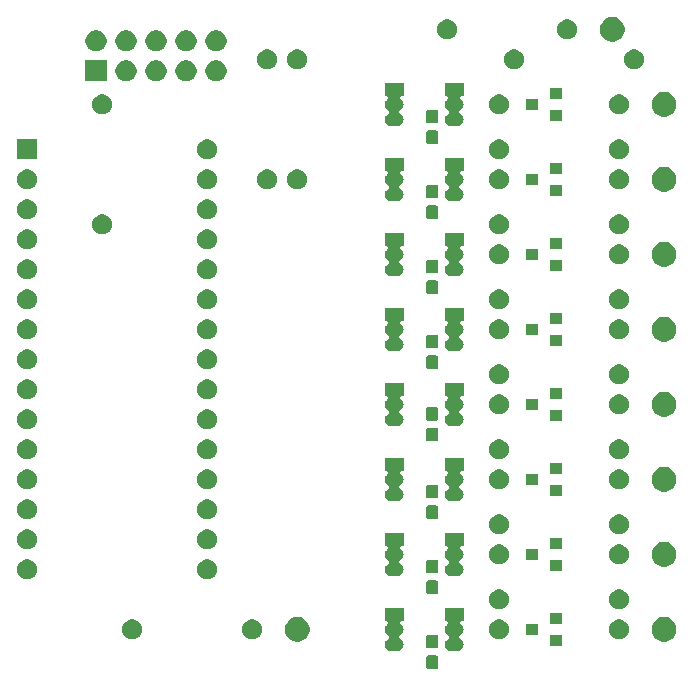
<source format=gbs>
G04 #@! TF.GenerationSoftware,KiCad,Pcbnew,5.1.5-52549c5~84~ubuntu19.10.1*
G04 #@! TF.CreationDate,2020-03-08T12:02:41+01:00*
G04 #@! TF.ProjectId,touchcircuit,746f7563-6863-4697-9263-7569742e6b69,rev?*
G04 #@! TF.SameCoordinates,Original*
G04 #@! TF.FileFunction,Soldermask,Bot*
G04 #@! TF.FilePolarity,Negative*
%FSLAX46Y46*%
G04 Gerber Fmt 4.6, Leading zero omitted, Abs format (unit mm)*
G04 Created by KiCad (PCBNEW 5.1.5-52549c5~84~ubuntu19.10.1) date 2020-03-08 12:02:41*
%MOMM*%
%LPD*%
G04 APERTURE LIST*
%ADD10C,0.100000*%
G04 APERTURE END LIST*
D10*
G36*
X49894499Y-66978445D02*
G01*
X49931995Y-66989820D01*
X49966554Y-67008292D01*
X49996847Y-67033153D01*
X50021708Y-67063446D01*
X50040180Y-67098005D01*
X50051555Y-67135501D01*
X50056000Y-67180638D01*
X50056000Y-67919362D01*
X50051555Y-67964499D01*
X50040180Y-68001995D01*
X50021708Y-68036554D01*
X49996847Y-68066847D01*
X49966554Y-68091708D01*
X49931995Y-68110180D01*
X49894499Y-68121555D01*
X49849362Y-68126000D01*
X49210638Y-68126000D01*
X49165501Y-68121555D01*
X49128005Y-68110180D01*
X49093446Y-68091708D01*
X49063153Y-68066847D01*
X49038292Y-68036554D01*
X49019820Y-68001995D01*
X49008445Y-67964499D01*
X49004000Y-67919362D01*
X49004000Y-67180638D01*
X49008445Y-67135501D01*
X49019820Y-67098005D01*
X49038292Y-67063446D01*
X49063153Y-67033153D01*
X49093446Y-67008292D01*
X49128005Y-66989820D01*
X49165501Y-66978445D01*
X49210638Y-66974000D01*
X49849362Y-66974000D01*
X49894499Y-66978445D01*
G37*
G36*
X52183575Y-64076000D02*
G01*
X52019235Y-64076000D01*
X51994849Y-64078402D01*
X51971400Y-64085515D01*
X51949789Y-64097066D01*
X51930847Y-64112611D01*
X51915302Y-64131553D01*
X51903751Y-64153164D01*
X51896638Y-64176613D01*
X51894236Y-64200999D01*
X51896638Y-64225385D01*
X51903751Y-64248834D01*
X51915302Y-64270445D01*
X51930847Y-64289387D01*
X51939920Y-64297609D01*
X52016839Y-64360736D01*
X52088819Y-64448443D01*
X52123004Y-64512399D01*
X52142303Y-64548505D01*
X52142304Y-64548508D01*
X52175241Y-64657084D01*
X52186362Y-64770000D01*
X52175241Y-64882916D01*
X52142304Y-64991492D01*
X52142303Y-64991495D01*
X52128014Y-65018228D01*
X52088819Y-65091557D01*
X52016839Y-65179264D01*
X51929132Y-65251244D01*
X51847716Y-65294761D01*
X51827341Y-65308375D01*
X51810014Y-65325702D01*
X51796401Y-65346076D01*
X51787023Y-65368715D01*
X51782243Y-65392748D01*
X51782243Y-65417252D01*
X51787023Y-65441285D01*
X51796401Y-65463924D01*
X51810015Y-65484299D01*
X51827342Y-65501626D01*
X51847716Y-65515239D01*
X51929132Y-65558756D01*
X52016839Y-65630736D01*
X52088819Y-65718443D01*
X52122047Y-65780610D01*
X52142303Y-65818505D01*
X52142304Y-65818508D01*
X52175241Y-65927084D01*
X52186362Y-66040000D01*
X52175241Y-66152916D01*
X52145185Y-66251995D01*
X52142303Y-66261495D01*
X52128908Y-66286554D01*
X52088819Y-66361557D01*
X52016839Y-66449264D01*
X51929132Y-66521244D01*
X51865176Y-66555429D01*
X51829070Y-66574728D01*
X51829067Y-66574729D01*
X51720491Y-66607666D01*
X51635873Y-66616000D01*
X51129277Y-66616000D01*
X51044659Y-66607666D01*
X50936083Y-66574729D01*
X50936080Y-66574728D01*
X50899974Y-66555429D01*
X50836018Y-66521244D01*
X50748311Y-66449264D01*
X50676331Y-66361557D01*
X50636242Y-66286554D01*
X50622847Y-66261495D01*
X50619965Y-66251995D01*
X50589909Y-66152916D01*
X50578788Y-66040000D01*
X50589909Y-65927084D01*
X50622846Y-65818508D01*
X50622847Y-65818505D01*
X50643103Y-65780610D01*
X50676331Y-65718443D01*
X50748311Y-65630736D01*
X50836018Y-65558756D01*
X50917434Y-65515239D01*
X50937809Y-65501625D01*
X50955136Y-65484298D01*
X50968749Y-65463924D01*
X50978127Y-65441285D01*
X50982907Y-65417252D01*
X50982907Y-65392748D01*
X50978127Y-65368715D01*
X50968749Y-65346076D01*
X50955135Y-65325701D01*
X50937808Y-65308374D01*
X50917434Y-65294761D01*
X50836018Y-65251244D01*
X50748311Y-65179264D01*
X50676331Y-65091557D01*
X50637136Y-65018228D01*
X50622847Y-64991495D01*
X50622846Y-64991492D01*
X50589909Y-64882916D01*
X50578788Y-64770000D01*
X50589909Y-64657084D01*
X50622846Y-64548508D01*
X50622847Y-64548505D01*
X50642146Y-64512399D01*
X50676331Y-64448443D01*
X50748311Y-64360736D01*
X50825221Y-64297617D01*
X50842540Y-64280298D01*
X50856154Y-64259923D01*
X50865532Y-64237284D01*
X50870312Y-64213251D01*
X50870312Y-64188747D01*
X50865532Y-64164714D01*
X50856154Y-64142075D01*
X50842541Y-64121701D01*
X50825214Y-64104374D01*
X50804839Y-64090760D01*
X50782200Y-64081382D01*
X50758167Y-64076602D01*
X50745915Y-64076000D01*
X50581575Y-64076000D01*
X50581575Y-62924000D01*
X52183575Y-62924000D01*
X52183575Y-64076000D01*
G37*
G36*
X47103575Y-64076000D02*
G01*
X46939235Y-64076000D01*
X46914849Y-64078402D01*
X46891400Y-64085515D01*
X46869789Y-64097066D01*
X46850847Y-64112611D01*
X46835302Y-64131553D01*
X46823751Y-64153164D01*
X46816638Y-64176613D01*
X46814236Y-64200999D01*
X46816638Y-64225385D01*
X46823751Y-64248834D01*
X46835302Y-64270445D01*
X46850847Y-64289387D01*
X46859920Y-64297609D01*
X46936839Y-64360736D01*
X47008819Y-64448443D01*
X47043004Y-64512399D01*
X47062303Y-64548505D01*
X47062304Y-64548508D01*
X47095241Y-64657084D01*
X47106362Y-64770000D01*
X47095241Y-64882916D01*
X47062304Y-64991492D01*
X47062303Y-64991495D01*
X47048014Y-65018228D01*
X47008819Y-65091557D01*
X46936839Y-65179264D01*
X46849132Y-65251244D01*
X46767716Y-65294761D01*
X46747341Y-65308375D01*
X46730014Y-65325702D01*
X46716401Y-65346076D01*
X46707023Y-65368715D01*
X46702243Y-65392748D01*
X46702243Y-65417252D01*
X46707023Y-65441285D01*
X46716401Y-65463924D01*
X46730015Y-65484299D01*
X46747342Y-65501626D01*
X46767716Y-65515239D01*
X46849132Y-65558756D01*
X46936839Y-65630736D01*
X47008819Y-65718443D01*
X47042047Y-65780610D01*
X47062303Y-65818505D01*
X47062304Y-65818508D01*
X47095241Y-65927084D01*
X47106362Y-66040000D01*
X47095241Y-66152916D01*
X47065185Y-66251995D01*
X47062303Y-66261495D01*
X47048908Y-66286554D01*
X47008819Y-66361557D01*
X46936839Y-66449264D01*
X46849132Y-66521244D01*
X46785176Y-66555429D01*
X46749070Y-66574728D01*
X46749067Y-66574729D01*
X46640491Y-66607666D01*
X46555873Y-66616000D01*
X46049277Y-66616000D01*
X45964659Y-66607666D01*
X45856083Y-66574729D01*
X45856080Y-66574728D01*
X45819974Y-66555429D01*
X45756018Y-66521244D01*
X45668311Y-66449264D01*
X45596331Y-66361557D01*
X45556242Y-66286554D01*
X45542847Y-66261495D01*
X45539965Y-66251995D01*
X45509909Y-66152916D01*
X45498788Y-66040000D01*
X45509909Y-65927084D01*
X45542846Y-65818508D01*
X45542847Y-65818505D01*
X45563103Y-65780610D01*
X45596331Y-65718443D01*
X45668311Y-65630736D01*
X45756018Y-65558756D01*
X45837434Y-65515239D01*
X45857809Y-65501625D01*
X45875136Y-65484298D01*
X45888749Y-65463924D01*
X45898127Y-65441285D01*
X45902907Y-65417252D01*
X45902907Y-65392748D01*
X45898127Y-65368715D01*
X45888749Y-65346076D01*
X45875135Y-65325701D01*
X45857808Y-65308374D01*
X45837434Y-65294761D01*
X45756018Y-65251244D01*
X45668311Y-65179264D01*
X45596331Y-65091557D01*
X45557136Y-65018228D01*
X45542847Y-64991495D01*
X45542846Y-64991492D01*
X45509909Y-64882916D01*
X45498788Y-64770000D01*
X45509909Y-64657084D01*
X45542846Y-64548508D01*
X45542847Y-64548505D01*
X45562146Y-64512399D01*
X45596331Y-64448443D01*
X45668311Y-64360736D01*
X45745221Y-64297617D01*
X45762540Y-64280298D01*
X45776154Y-64259923D01*
X45785532Y-64237284D01*
X45790312Y-64213251D01*
X45790312Y-64188747D01*
X45785532Y-64164714D01*
X45776154Y-64142075D01*
X45762541Y-64121701D01*
X45745214Y-64104374D01*
X45724839Y-64090760D01*
X45702200Y-64081382D01*
X45678167Y-64076602D01*
X45665915Y-64076000D01*
X45501575Y-64076000D01*
X45501575Y-62924000D01*
X47103575Y-62924000D01*
X47103575Y-64076000D01*
G37*
G36*
X49894499Y-65228445D02*
G01*
X49931995Y-65239820D01*
X49966554Y-65258292D01*
X49996847Y-65283153D01*
X50021708Y-65313446D01*
X50040180Y-65348005D01*
X50051555Y-65385501D01*
X50056000Y-65430638D01*
X50056000Y-66169362D01*
X50051555Y-66214499D01*
X50040180Y-66251995D01*
X50021708Y-66286554D01*
X49996847Y-66316847D01*
X49966554Y-66341708D01*
X49931995Y-66360180D01*
X49894499Y-66371555D01*
X49849362Y-66376000D01*
X49210638Y-66376000D01*
X49165501Y-66371555D01*
X49128005Y-66360180D01*
X49093446Y-66341708D01*
X49063153Y-66316847D01*
X49038292Y-66286554D01*
X49019820Y-66251995D01*
X49008445Y-66214499D01*
X49004000Y-66169362D01*
X49004000Y-65430638D01*
X49008445Y-65385501D01*
X49019820Y-65348005D01*
X49038292Y-65313446D01*
X49063153Y-65283153D01*
X49093446Y-65258292D01*
X49128005Y-65239820D01*
X49165501Y-65228445D01*
X49210638Y-65224000D01*
X49849362Y-65224000D01*
X49894499Y-65228445D01*
G37*
G36*
X60503575Y-66171000D02*
G01*
X59501575Y-66171000D01*
X59501575Y-65269000D01*
X60503575Y-65269000D01*
X60503575Y-66171000D01*
G37*
G36*
X38406564Y-63759389D02*
G01*
X38597833Y-63838615D01*
X38597835Y-63838616D01*
X38769973Y-63953635D01*
X38916365Y-64100027D01*
X39030606Y-64271000D01*
X39031385Y-64272167D01*
X39110611Y-64463436D01*
X39151000Y-64666484D01*
X39151000Y-64873516D01*
X39110611Y-65076564D01*
X39038256Y-65251244D01*
X39031384Y-65267835D01*
X38916365Y-65439973D01*
X38769973Y-65586365D01*
X38597835Y-65701384D01*
X38597834Y-65701385D01*
X38597833Y-65701385D01*
X38406564Y-65780611D01*
X38203516Y-65821000D01*
X37996484Y-65821000D01*
X37793436Y-65780611D01*
X37602167Y-65701385D01*
X37602166Y-65701385D01*
X37602165Y-65701384D01*
X37430027Y-65586365D01*
X37283635Y-65439973D01*
X37168616Y-65267835D01*
X37161744Y-65251244D01*
X37089389Y-65076564D01*
X37049000Y-64873516D01*
X37049000Y-64666484D01*
X37089389Y-64463436D01*
X37168615Y-64272167D01*
X37169395Y-64271000D01*
X37283635Y-64100027D01*
X37430027Y-63953635D01*
X37602165Y-63838616D01*
X37602167Y-63838615D01*
X37793436Y-63759389D01*
X37996484Y-63719000D01*
X38203516Y-63719000D01*
X38406564Y-63759389D01*
G37*
G36*
X69469139Y-63759389D02*
G01*
X69660408Y-63838615D01*
X69660410Y-63838616D01*
X69832548Y-63953635D01*
X69978940Y-64100027D01*
X70093181Y-64271000D01*
X70093960Y-64272167D01*
X70173186Y-64463436D01*
X70213575Y-64666484D01*
X70213575Y-64873516D01*
X70173186Y-65076564D01*
X70100831Y-65251244D01*
X70093959Y-65267835D01*
X69978940Y-65439973D01*
X69832548Y-65586365D01*
X69660410Y-65701384D01*
X69660409Y-65701385D01*
X69660408Y-65701385D01*
X69469139Y-65780611D01*
X69266091Y-65821000D01*
X69059059Y-65821000D01*
X68856011Y-65780611D01*
X68664742Y-65701385D01*
X68664741Y-65701385D01*
X68664740Y-65701384D01*
X68492602Y-65586365D01*
X68346210Y-65439973D01*
X68231191Y-65267835D01*
X68224319Y-65251244D01*
X68151964Y-65076564D01*
X68111575Y-64873516D01*
X68111575Y-64666484D01*
X68151964Y-64463436D01*
X68231190Y-64272167D01*
X68231970Y-64271000D01*
X68346210Y-64100027D01*
X68492602Y-63953635D01*
X68664740Y-63838616D01*
X68664742Y-63838615D01*
X68856011Y-63759389D01*
X69059059Y-63719000D01*
X69266091Y-63719000D01*
X69469139Y-63759389D01*
G37*
G36*
X34538228Y-63951703D02*
G01*
X34693100Y-64015853D01*
X34832481Y-64108985D01*
X34951015Y-64227519D01*
X35044147Y-64366900D01*
X35108297Y-64521772D01*
X35141000Y-64686184D01*
X35141000Y-64853816D01*
X35108297Y-65018228D01*
X35044147Y-65173100D01*
X34951015Y-65312481D01*
X34832481Y-65431015D01*
X34693100Y-65524147D01*
X34538228Y-65588297D01*
X34373816Y-65621000D01*
X34206184Y-65621000D01*
X34041772Y-65588297D01*
X33886900Y-65524147D01*
X33747519Y-65431015D01*
X33628985Y-65312481D01*
X33535853Y-65173100D01*
X33471703Y-65018228D01*
X33439000Y-64853816D01*
X33439000Y-64686184D01*
X33471703Y-64521772D01*
X33535853Y-64366900D01*
X33628985Y-64227519D01*
X33747519Y-64108985D01*
X33886900Y-64015853D01*
X34041772Y-63951703D01*
X34206184Y-63919000D01*
X34373816Y-63919000D01*
X34538228Y-63951703D01*
G37*
G36*
X55440803Y-63951703D02*
G01*
X55595675Y-64015853D01*
X55735056Y-64108985D01*
X55853590Y-64227519D01*
X55946722Y-64366900D01*
X56010872Y-64521772D01*
X56043575Y-64686184D01*
X56043575Y-64853816D01*
X56010872Y-65018228D01*
X55946722Y-65173100D01*
X55853590Y-65312481D01*
X55735056Y-65431015D01*
X55595675Y-65524147D01*
X55440803Y-65588297D01*
X55276391Y-65621000D01*
X55108759Y-65621000D01*
X54944347Y-65588297D01*
X54789475Y-65524147D01*
X54650094Y-65431015D01*
X54531560Y-65312481D01*
X54438428Y-65173100D01*
X54374278Y-65018228D01*
X54341575Y-64853816D01*
X54341575Y-64686184D01*
X54374278Y-64521772D01*
X54438428Y-64366900D01*
X54531560Y-64227519D01*
X54650094Y-64108985D01*
X54789475Y-64015853D01*
X54944347Y-63951703D01*
X55108759Y-63919000D01*
X55276391Y-63919000D01*
X55440803Y-63951703D01*
G37*
G36*
X65600803Y-63951703D02*
G01*
X65755675Y-64015853D01*
X65895056Y-64108985D01*
X66013590Y-64227519D01*
X66106722Y-64366900D01*
X66170872Y-64521772D01*
X66203575Y-64686184D01*
X66203575Y-64853816D01*
X66170872Y-65018228D01*
X66106722Y-65173100D01*
X66013590Y-65312481D01*
X65895056Y-65431015D01*
X65755675Y-65524147D01*
X65600803Y-65588297D01*
X65436391Y-65621000D01*
X65268759Y-65621000D01*
X65104347Y-65588297D01*
X64949475Y-65524147D01*
X64810094Y-65431015D01*
X64691560Y-65312481D01*
X64598428Y-65173100D01*
X64534278Y-65018228D01*
X64501575Y-64853816D01*
X64501575Y-64686184D01*
X64534278Y-64521772D01*
X64598428Y-64366900D01*
X64691560Y-64227519D01*
X64810094Y-64108985D01*
X64949475Y-64015853D01*
X65104347Y-63951703D01*
X65268759Y-63919000D01*
X65436391Y-63919000D01*
X65600803Y-63951703D01*
G37*
G36*
X24378228Y-63951703D02*
G01*
X24533100Y-64015853D01*
X24672481Y-64108985D01*
X24791015Y-64227519D01*
X24884147Y-64366900D01*
X24948297Y-64521772D01*
X24981000Y-64686184D01*
X24981000Y-64853816D01*
X24948297Y-65018228D01*
X24884147Y-65173100D01*
X24791015Y-65312481D01*
X24672481Y-65431015D01*
X24533100Y-65524147D01*
X24378228Y-65588297D01*
X24213816Y-65621000D01*
X24046184Y-65621000D01*
X23881772Y-65588297D01*
X23726900Y-65524147D01*
X23587519Y-65431015D01*
X23468985Y-65312481D01*
X23375853Y-65173100D01*
X23311703Y-65018228D01*
X23279000Y-64853816D01*
X23279000Y-64686184D01*
X23311703Y-64521772D01*
X23375853Y-64366900D01*
X23468985Y-64227519D01*
X23587519Y-64108985D01*
X23726900Y-64015853D01*
X23881772Y-63951703D01*
X24046184Y-63919000D01*
X24213816Y-63919000D01*
X24378228Y-63951703D01*
G37*
G36*
X58503575Y-65221000D02*
G01*
X57501575Y-65221000D01*
X57501575Y-64319000D01*
X58503575Y-64319000D01*
X58503575Y-65221000D01*
G37*
G36*
X60503575Y-64271000D02*
G01*
X59501575Y-64271000D01*
X59501575Y-63369000D01*
X60503575Y-63369000D01*
X60503575Y-64271000D01*
G37*
G36*
X65600803Y-61411703D02*
G01*
X65755675Y-61475853D01*
X65895056Y-61568985D01*
X66013590Y-61687519D01*
X66106722Y-61826900D01*
X66170872Y-61981772D01*
X66203575Y-62146184D01*
X66203575Y-62313816D01*
X66170872Y-62478228D01*
X66106722Y-62633100D01*
X66013590Y-62772481D01*
X65895056Y-62891015D01*
X65755675Y-62984147D01*
X65600803Y-63048297D01*
X65436391Y-63081000D01*
X65268759Y-63081000D01*
X65104347Y-63048297D01*
X64949475Y-62984147D01*
X64810094Y-62891015D01*
X64691560Y-62772481D01*
X64598428Y-62633100D01*
X64534278Y-62478228D01*
X64501575Y-62313816D01*
X64501575Y-62146184D01*
X64534278Y-61981772D01*
X64598428Y-61826900D01*
X64691560Y-61687519D01*
X64810094Y-61568985D01*
X64949475Y-61475853D01*
X65104347Y-61411703D01*
X65268759Y-61379000D01*
X65436391Y-61379000D01*
X65600803Y-61411703D01*
G37*
G36*
X55440803Y-61411703D02*
G01*
X55595675Y-61475853D01*
X55735056Y-61568985D01*
X55853590Y-61687519D01*
X55946722Y-61826900D01*
X56010872Y-61981772D01*
X56043575Y-62146184D01*
X56043575Y-62313816D01*
X56010872Y-62478228D01*
X55946722Y-62633100D01*
X55853590Y-62772481D01*
X55735056Y-62891015D01*
X55595675Y-62984147D01*
X55440803Y-63048297D01*
X55276391Y-63081000D01*
X55108759Y-63081000D01*
X54944347Y-63048297D01*
X54789475Y-62984147D01*
X54650094Y-62891015D01*
X54531560Y-62772481D01*
X54438428Y-62633100D01*
X54374278Y-62478228D01*
X54341575Y-62313816D01*
X54341575Y-62146184D01*
X54374278Y-61981772D01*
X54438428Y-61826900D01*
X54531560Y-61687519D01*
X54650094Y-61568985D01*
X54789475Y-61475853D01*
X54944347Y-61411703D01*
X55108759Y-61379000D01*
X55276391Y-61379000D01*
X55440803Y-61411703D01*
G37*
G36*
X49894499Y-60628445D02*
G01*
X49931995Y-60639820D01*
X49966554Y-60658292D01*
X49996847Y-60683153D01*
X50021708Y-60713446D01*
X50040180Y-60748005D01*
X50051555Y-60785501D01*
X50056000Y-60830638D01*
X50056000Y-61569362D01*
X50051555Y-61614499D01*
X50040180Y-61651995D01*
X50021708Y-61686554D01*
X49996847Y-61716847D01*
X49966554Y-61741708D01*
X49931995Y-61760180D01*
X49894499Y-61771555D01*
X49849362Y-61776000D01*
X49210638Y-61776000D01*
X49165501Y-61771555D01*
X49128005Y-61760180D01*
X49093446Y-61741708D01*
X49063153Y-61716847D01*
X49038292Y-61686554D01*
X49019820Y-61651995D01*
X49008445Y-61614499D01*
X49004000Y-61569362D01*
X49004000Y-60830638D01*
X49008445Y-60785501D01*
X49019820Y-60748005D01*
X49038292Y-60713446D01*
X49063153Y-60683153D01*
X49093446Y-60658292D01*
X49128005Y-60639820D01*
X49165501Y-60628445D01*
X49210638Y-60624000D01*
X49849362Y-60624000D01*
X49894499Y-60628445D01*
G37*
G36*
X15488228Y-58871703D02*
G01*
X15643100Y-58935853D01*
X15782481Y-59028985D01*
X15901015Y-59147519D01*
X15994147Y-59286900D01*
X16058297Y-59441772D01*
X16091000Y-59606184D01*
X16091000Y-59773816D01*
X16058297Y-59938228D01*
X15994147Y-60093100D01*
X15901015Y-60232481D01*
X15782481Y-60351015D01*
X15643100Y-60444147D01*
X15488228Y-60508297D01*
X15323816Y-60541000D01*
X15156184Y-60541000D01*
X14991772Y-60508297D01*
X14836900Y-60444147D01*
X14697519Y-60351015D01*
X14578985Y-60232481D01*
X14485853Y-60093100D01*
X14421703Y-59938228D01*
X14389000Y-59773816D01*
X14389000Y-59606184D01*
X14421703Y-59441772D01*
X14485853Y-59286900D01*
X14578985Y-59147519D01*
X14697519Y-59028985D01*
X14836900Y-58935853D01*
X14991772Y-58871703D01*
X15156184Y-58839000D01*
X15323816Y-58839000D01*
X15488228Y-58871703D01*
G37*
G36*
X30728228Y-58871703D02*
G01*
X30883100Y-58935853D01*
X31022481Y-59028985D01*
X31141015Y-59147519D01*
X31234147Y-59286900D01*
X31298297Y-59441772D01*
X31331000Y-59606184D01*
X31331000Y-59773816D01*
X31298297Y-59938228D01*
X31234147Y-60093100D01*
X31141015Y-60232481D01*
X31022481Y-60351015D01*
X30883100Y-60444147D01*
X30728228Y-60508297D01*
X30563816Y-60541000D01*
X30396184Y-60541000D01*
X30231772Y-60508297D01*
X30076900Y-60444147D01*
X29937519Y-60351015D01*
X29818985Y-60232481D01*
X29725853Y-60093100D01*
X29661703Y-59938228D01*
X29629000Y-59773816D01*
X29629000Y-59606184D01*
X29661703Y-59441772D01*
X29725853Y-59286900D01*
X29818985Y-59147519D01*
X29937519Y-59028985D01*
X30076900Y-58935853D01*
X30231772Y-58871703D01*
X30396184Y-58839000D01*
X30563816Y-58839000D01*
X30728228Y-58871703D01*
G37*
G36*
X52183575Y-57726000D02*
G01*
X52019235Y-57726000D01*
X51994849Y-57728402D01*
X51971400Y-57735515D01*
X51949789Y-57747066D01*
X51930847Y-57762611D01*
X51915302Y-57781553D01*
X51903751Y-57803164D01*
X51896638Y-57826613D01*
X51894236Y-57850999D01*
X51896638Y-57875385D01*
X51903751Y-57898834D01*
X51915302Y-57920445D01*
X51930847Y-57939387D01*
X51939920Y-57947609D01*
X52016839Y-58010736D01*
X52088819Y-58098443D01*
X52123004Y-58162399D01*
X52142303Y-58198505D01*
X52142304Y-58198508D01*
X52175241Y-58307084D01*
X52186362Y-58420000D01*
X52175241Y-58532916D01*
X52142304Y-58641492D01*
X52142303Y-58641495D01*
X52128014Y-58668228D01*
X52088819Y-58741557D01*
X52016839Y-58829264D01*
X51929132Y-58901244D01*
X51864382Y-58935853D01*
X51847716Y-58944761D01*
X51827341Y-58958375D01*
X51810014Y-58975702D01*
X51796401Y-58996076D01*
X51787023Y-59018715D01*
X51782243Y-59042748D01*
X51782243Y-59067252D01*
X51787023Y-59091285D01*
X51796401Y-59113924D01*
X51810015Y-59134299D01*
X51827342Y-59151626D01*
X51847716Y-59165239D01*
X51929132Y-59208756D01*
X52016839Y-59280736D01*
X52088819Y-59368443D01*
X52122047Y-59430610D01*
X52142303Y-59468505D01*
X52142304Y-59468508D01*
X52175241Y-59577084D01*
X52186362Y-59690000D01*
X52175241Y-59802916D01*
X52145185Y-59901995D01*
X52142303Y-59911495D01*
X52128908Y-59936554D01*
X52088819Y-60011557D01*
X52016839Y-60099264D01*
X51929132Y-60171244D01*
X51865176Y-60205429D01*
X51829070Y-60224728D01*
X51829067Y-60224729D01*
X51720491Y-60257666D01*
X51635873Y-60266000D01*
X51129277Y-60266000D01*
X51044659Y-60257666D01*
X50936083Y-60224729D01*
X50936080Y-60224728D01*
X50899974Y-60205429D01*
X50836018Y-60171244D01*
X50748311Y-60099264D01*
X50676331Y-60011557D01*
X50636242Y-59936554D01*
X50622847Y-59911495D01*
X50619965Y-59901995D01*
X50589909Y-59802916D01*
X50578788Y-59690000D01*
X50589909Y-59577084D01*
X50622846Y-59468508D01*
X50622847Y-59468505D01*
X50643103Y-59430610D01*
X50676331Y-59368443D01*
X50748311Y-59280736D01*
X50836018Y-59208756D01*
X50917434Y-59165239D01*
X50937809Y-59151625D01*
X50955136Y-59134298D01*
X50968749Y-59113924D01*
X50978127Y-59091285D01*
X50982907Y-59067252D01*
X50982907Y-59042748D01*
X50978127Y-59018715D01*
X50968749Y-58996076D01*
X50955135Y-58975701D01*
X50937808Y-58958374D01*
X50917434Y-58944761D01*
X50900768Y-58935853D01*
X50836018Y-58901244D01*
X50748311Y-58829264D01*
X50676331Y-58741557D01*
X50637136Y-58668228D01*
X50622847Y-58641495D01*
X50622846Y-58641492D01*
X50589909Y-58532916D01*
X50578788Y-58420000D01*
X50589909Y-58307084D01*
X50622846Y-58198508D01*
X50622847Y-58198505D01*
X50642146Y-58162399D01*
X50676331Y-58098443D01*
X50748311Y-58010736D01*
X50825221Y-57947617D01*
X50842540Y-57930298D01*
X50856154Y-57909923D01*
X50865532Y-57887284D01*
X50870312Y-57863251D01*
X50870312Y-57838747D01*
X50865532Y-57814714D01*
X50856154Y-57792075D01*
X50842541Y-57771701D01*
X50825214Y-57754374D01*
X50804839Y-57740760D01*
X50782200Y-57731382D01*
X50758167Y-57726602D01*
X50745915Y-57726000D01*
X50581575Y-57726000D01*
X50581575Y-56574000D01*
X52183575Y-56574000D01*
X52183575Y-57726000D01*
G37*
G36*
X47103575Y-57726000D02*
G01*
X46939235Y-57726000D01*
X46914849Y-57728402D01*
X46891400Y-57735515D01*
X46869789Y-57747066D01*
X46850847Y-57762611D01*
X46835302Y-57781553D01*
X46823751Y-57803164D01*
X46816638Y-57826613D01*
X46814236Y-57850999D01*
X46816638Y-57875385D01*
X46823751Y-57898834D01*
X46835302Y-57920445D01*
X46850847Y-57939387D01*
X46859920Y-57947609D01*
X46936839Y-58010736D01*
X47008819Y-58098443D01*
X47043004Y-58162399D01*
X47062303Y-58198505D01*
X47062304Y-58198508D01*
X47095241Y-58307084D01*
X47106362Y-58420000D01*
X47095241Y-58532916D01*
X47062304Y-58641492D01*
X47062303Y-58641495D01*
X47048014Y-58668228D01*
X47008819Y-58741557D01*
X46936839Y-58829264D01*
X46849132Y-58901244D01*
X46784382Y-58935853D01*
X46767716Y-58944761D01*
X46747341Y-58958375D01*
X46730014Y-58975702D01*
X46716401Y-58996076D01*
X46707023Y-59018715D01*
X46702243Y-59042748D01*
X46702243Y-59067252D01*
X46707023Y-59091285D01*
X46716401Y-59113924D01*
X46730015Y-59134299D01*
X46747342Y-59151626D01*
X46767716Y-59165239D01*
X46849132Y-59208756D01*
X46936839Y-59280736D01*
X47008819Y-59368443D01*
X47042047Y-59430610D01*
X47062303Y-59468505D01*
X47062304Y-59468508D01*
X47095241Y-59577084D01*
X47106362Y-59690000D01*
X47095241Y-59802916D01*
X47065185Y-59901995D01*
X47062303Y-59911495D01*
X47048908Y-59936554D01*
X47008819Y-60011557D01*
X46936839Y-60099264D01*
X46849132Y-60171244D01*
X46785176Y-60205429D01*
X46749070Y-60224728D01*
X46749067Y-60224729D01*
X46640491Y-60257666D01*
X46555873Y-60266000D01*
X46049277Y-60266000D01*
X45964659Y-60257666D01*
X45856083Y-60224729D01*
X45856080Y-60224728D01*
X45819974Y-60205429D01*
X45756018Y-60171244D01*
X45668311Y-60099264D01*
X45596331Y-60011557D01*
X45556242Y-59936554D01*
X45542847Y-59911495D01*
X45539965Y-59901995D01*
X45509909Y-59802916D01*
X45498788Y-59690000D01*
X45509909Y-59577084D01*
X45542846Y-59468508D01*
X45542847Y-59468505D01*
X45563103Y-59430610D01*
X45596331Y-59368443D01*
X45668311Y-59280736D01*
X45756018Y-59208756D01*
X45837434Y-59165239D01*
X45857809Y-59151625D01*
X45875136Y-59134298D01*
X45888749Y-59113924D01*
X45898127Y-59091285D01*
X45902907Y-59067252D01*
X45902907Y-59042748D01*
X45898127Y-59018715D01*
X45888749Y-58996076D01*
X45875135Y-58975701D01*
X45857808Y-58958374D01*
X45837434Y-58944761D01*
X45820768Y-58935853D01*
X45756018Y-58901244D01*
X45668311Y-58829264D01*
X45596331Y-58741557D01*
X45557136Y-58668228D01*
X45542847Y-58641495D01*
X45542846Y-58641492D01*
X45509909Y-58532916D01*
X45498788Y-58420000D01*
X45509909Y-58307084D01*
X45542846Y-58198508D01*
X45542847Y-58198505D01*
X45562146Y-58162399D01*
X45596331Y-58098443D01*
X45668311Y-58010736D01*
X45745221Y-57947617D01*
X45762540Y-57930298D01*
X45776154Y-57909923D01*
X45785532Y-57887284D01*
X45790312Y-57863251D01*
X45790312Y-57838747D01*
X45785532Y-57814714D01*
X45776154Y-57792075D01*
X45762541Y-57771701D01*
X45745214Y-57754374D01*
X45724839Y-57740760D01*
X45702200Y-57731382D01*
X45678167Y-57726602D01*
X45665915Y-57726000D01*
X45501575Y-57726000D01*
X45501575Y-56574000D01*
X47103575Y-56574000D01*
X47103575Y-57726000D01*
G37*
G36*
X49894499Y-58878445D02*
G01*
X49931995Y-58889820D01*
X49966554Y-58908292D01*
X49996847Y-58933153D01*
X50021708Y-58963446D01*
X50040180Y-58998005D01*
X50051555Y-59035501D01*
X50056000Y-59080638D01*
X50056000Y-59819362D01*
X50051555Y-59864499D01*
X50040180Y-59901995D01*
X50021708Y-59936554D01*
X49996847Y-59966847D01*
X49966554Y-59991708D01*
X49931995Y-60010180D01*
X49894499Y-60021555D01*
X49849362Y-60026000D01*
X49210638Y-60026000D01*
X49165501Y-60021555D01*
X49128005Y-60010180D01*
X49093446Y-59991708D01*
X49063153Y-59966847D01*
X49038292Y-59936554D01*
X49019820Y-59901995D01*
X49008445Y-59864499D01*
X49004000Y-59819362D01*
X49004000Y-59080638D01*
X49008445Y-59035501D01*
X49019820Y-58998005D01*
X49038292Y-58963446D01*
X49063153Y-58933153D01*
X49093446Y-58908292D01*
X49128005Y-58889820D01*
X49165501Y-58878445D01*
X49210638Y-58874000D01*
X49849362Y-58874000D01*
X49894499Y-58878445D01*
G37*
G36*
X60503575Y-59821000D02*
G01*
X59501575Y-59821000D01*
X59501575Y-58919000D01*
X60503575Y-58919000D01*
X60503575Y-59821000D01*
G37*
G36*
X69469139Y-57409389D02*
G01*
X69660408Y-57488615D01*
X69660410Y-57488616D01*
X69832548Y-57603635D01*
X69978940Y-57750027D01*
X70093181Y-57921000D01*
X70093960Y-57922167D01*
X70173186Y-58113436D01*
X70213575Y-58316484D01*
X70213575Y-58523516D01*
X70173186Y-58726564D01*
X70100831Y-58901244D01*
X70093959Y-58917835D01*
X69978940Y-59089973D01*
X69832548Y-59236365D01*
X69660410Y-59351384D01*
X69660409Y-59351385D01*
X69660408Y-59351385D01*
X69469139Y-59430611D01*
X69266091Y-59471000D01*
X69059059Y-59471000D01*
X68856011Y-59430611D01*
X68664742Y-59351385D01*
X68664741Y-59351385D01*
X68664740Y-59351384D01*
X68492602Y-59236365D01*
X68346210Y-59089973D01*
X68231191Y-58917835D01*
X68224319Y-58901244D01*
X68151964Y-58726564D01*
X68111575Y-58523516D01*
X68111575Y-58316484D01*
X68151964Y-58113436D01*
X68231190Y-57922167D01*
X68231970Y-57921000D01*
X68346210Y-57750027D01*
X68492602Y-57603635D01*
X68664740Y-57488616D01*
X68664742Y-57488615D01*
X68856011Y-57409389D01*
X69059059Y-57369000D01*
X69266091Y-57369000D01*
X69469139Y-57409389D01*
G37*
G36*
X65600803Y-57601703D02*
G01*
X65755675Y-57665853D01*
X65895056Y-57758985D01*
X66013590Y-57877519D01*
X66106722Y-58016900D01*
X66170872Y-58171772D01*
X66203575Y-58336184D01*
X66203575Y-58503816D01*
X66170872Y-58668228D01*
X66106722Y-58823100D01*
X66013590Y-58962481D01*
X65895056Y-59081015D01*
X65755675Y-59174147D01*
X65600803Y-59238297D01*
X65436391Y-59271000D01*
X65268759Y-59271000D01*
X65104347Y-59238297D01*
X64949475Y-59174147D01*
X64810094Y-59081015D01*
X64691560Y-58962481D01*
X64598428Y-58823100D01*
X64534278Y-58668228D01*
X64501575Y-58503816D01*
X64501575Y-58336184D01*
X64534278Y-58171772D01*
X64598428Y-58016900D01*
X64691560Y-57877519D01*
X64810094Y-57758985D01*
X64949475Y-57665853D01*
X65104347Y-57601703D01*
X65268759Y-57569000D01*
X65436391Y-57569000D01*
X65600803Y-57601703D01*
G37*
G36*
X55440803Y-57601703D02*
G01*
X55595675Y-57665853D01*
X55735056Y-57758985D01*
X55853590Y-57877519D01*
X55946722Y-58016900D01*
X56010872Y-58171772D01*
X56043575Y-58336184D01*
X56043575Y-58503816D01*
X56010872Y-58668228D01*
X55946722Y-58823100D01*
X55853590Y-58962481D01*
X55735056Y-59081015D01*
X55595675Y-59174147D01*
X55440803Y-59238297D01*
X55276391Y-59271000D01*
X55108759Y-59271000D01*
X54944347Y-59238297D01*
X54789475Y-59174147D01*
X54650094Y-59081015D01*
X54531560Y-58962481D01*
X54438428Y-58823100D01*
X54374278Y-58668228D01*
X54341575Y-58503816D01*
X54341575Y-58336184D01*
X54374278Y-58171772D01*
X54438428Y-58016900D01*
X54531560Y-57877519D01*
X54650094Y-57758985D01*
X54789475Y-57665853D01*
X54944347Y-57601703D01*
X55108759Y-57569000D01*
X55276391Y-57569000D01*
X55440803Y-57601703D01*
G37*
G36*
X58503575Y-58871000D02*
G01*
X57501575Y-58871000D01*
X57501575Y-57969000D01*
X58503575Y-57969000D01*
X58503575Y-58871000D01*
G37*
G36*
X30728228Y-56331703D02*
G01*
X30883100Y-56395853D01*
X31022481Y-56488985D01*
X31141015Y-56607519D01*
X31234147Y-56746900D01*
X31298297Y-56901772D01*
X31331000Y-57066184D01*
X31331000Y-57233816D01*
X31298297Y-57398228D01*
X31234147Y-57553100D01*
X31141015Y-57692481D01*
X31022481Y-57811015D01*
X30883100Y-57904147D01*
X30728228Y-57968297D01*
X30563816Y-58001000D01*
X30396184Y-58001000D01*
X30231772Y-57968297D01*
X30076900Y-57904147D01*
X29937519Y-57811015D01*
X29818985Y-57692481D01*
X29725853Y-57553100D01*
X29661703Y-57398228D01*
X29629000Y-57233816D01*
X29629000Y-57066184D01*
X29661703Y-56901772D01*
X29725853Y-56746900D01*
X29818985Y-56607519D01*
X29937519Y-56488985D01*
X30076900Y-56395853D01*
X30231772Y-56331703D01*
X30396184Y-56299000D01*
X30563816Y-56299000D01*
X30728228Y-56331703D01*
G37*
G36*
X15488228Y-56331703D02*
G01*
X15643100Y-56395853D01*
X15782481Y-56488985D01*
X15901015Y-56607519D01*
X15994147Y-56746900D01*
X16058297Y-56901772D01*
X16091000Y-57066184D01*
X16091000Y-57233816D01*
X16058297Y-57398228D01*
X15994147Y-57553100D01*
X15901015Y-57692481D01*
X15782481Y-57811015D01*
X15643100Y-57904147D01*
X15488228Y-57968297D01*
X15323816Y-58001000D01*
X15156184Y-58001000D01*
X14991772Y-57968297D01*
X14836900Y-57904147D01*
X14697519Y-57811015D01*
X14578985Y-57692481D01*
X14485853Y-57553100D01*
X14421703Y-57398228D01*
X14389000Y-57233816D01*
X14389000Y-57066184D01*
X14421703Y-56901772D01*
X14485853Y-56746900D01*
X14578985Y-56607519D01*
X14697519Y-56488985D01*
X14836900Y-56395853D01*
X14991772Y-56331703D01*
X15156184Y-56299000D01*
X15323816Y-56299000D01*
X15488228Y-56331703D01*
G37*
G36*
X60503575Y-57921000D02*
G01*
X59501575Y-57921000D01*
X59501575Y-57019000D01*
X60503575Y-57019000D01*
X60503575Y-57921000D01*
G37*
G36*
X65600803Y-55061703D02*
G01*
X65755675Y-55125853D01*
X65895056Y-55218985D01*
X66013590Y-55337519D01*
X66106722Y-55476900D01*
X66170872Y-55631772D01*
X66203575Y-55796184D01*
X66203575Y-55963816D01*
X66170872Y-56128228D01*
X66106722Y-56283100D01*
X66013590Y-56422481D01*
X65895056Y-56541015D01*
X65755675Y-56634147D01*
X65600803Y-56698297D01*
X65436391Y-56731000D01*
X65268759Y-56731000D01*
X65104347Y-56698297D01*
X64949475Y-56634147D01*
X64810094Y-56541015D01*
X64691560Y-56422481D01*
X64598428Y-56283100D01*
X64534278Y-56128228D01*
X64501575Y-55963816D01*
X64501575Y-55796184D01*
X64534278Y-55631772D01*
X64598428Y-55476900D01*
X64691560Y-55337519D01*
X64810094Y-55218985D01*
X64949475Y-55125853D01*
X65104347Y-55061703D01*
X65268759Y-55029000D01*
X65436391Y-55029000D01*
X65600803Y-55061703D01*
G37*
G36*
X55440803Y-55061703D02*
G01*
X55595675Y-55125853D01*
X55735056Y-55218985D01*
X55853590Y-55337519D01*
X55946722Y-55476900D01*
X56010872Y-55631772D01*
X56043575Y-55796184D01*
X56043575Y-55963816D01*
X56010872Y-56128228D01*
X55946722Y-56283100D01*
X55853590Y-56422481D01*
X55735056Y-56541015D01*
X55595675Y-56634147D01*
X55440803Y-56698297D01*
X55276391Y-56731000D01*
X55108759Y-56731000D01*
X54944347Y-56698297D01*
X54789475Y-56634147D01*
X54650094Y-56541015D01*
X54531560Y-56422481D01*
X54438428Y-56283100D01*
X54374278Y-56128228D01*
X54341575Y-55963816D01*
X54341575Y-55796184D01*
X54374278Y-55631772D01*
X54438428Y-55476900D01*
X54531560Y-55337519D01*
X54650094Y-55218985D01*
X54789475Y-55125853D01*
X54944347Y-55061703D01*
X55108759Y-55029000D01*
X55276391Y-55029000D01*
X55440803Y-55061703D01*
G37*
G36*
X30728228Y-53791703D02*
G01*
X30883100Y-53855853D01*
X31022481Y-53948985D01*
X31141015Y-54067519D01*
X31234147Y-54206900D01*
X31298297Y-54361772D01*
X31331000Y-54526184D01*
X31331000Y-54693816D01*
X31298297Y-54858228D01*
X31234147Y-55013100D01*
X31141015Y-55152481D01*
X31022481Y-55271015D01*
X30883100Y-55364147D01*
X30728228Y-55428297D01*
X30563816Y-55461000D01*
X30396184Y-55461000D01*
X30231772Y-55428297D01*
X30076900Y-55364147D01*
X29937519Y-55271015D01*
X29818985Y-55152481D01*
X29725853Y-55013100D01*
X29661703Y-54858228D01*
X29629000Y-54693816D01*
X29629000Y-54526184D01*
X29661703Y-54361772D01*
X29725853Y-54206900D01*
X29818985Y-54067519D01*
X29937519Y-53948985D01*
X30076900Y-53855853D01*
X30231772Y-53791703D01*
X30396184Y-53759000D01*
X30563816Y-53759000D01*
X30728228Y-53791703D01*
G37*
G36*
X15488228Y-53791703D02*
G01*
X15643100Y-53855853D01*
X15782481Y-53948985D01*
X15901015Y-54067519D01*
X15994147Y-54206900D01*
X16058297Y-54361772D01*
X16091000Y-54526184D01*
X16091000Y-54693816D01*
X16058297Y-54858228D01*
X15994147Y-55013100D01*
X15901015Y-55152481D01*
X15782481Y-55271015D01*
X15643100Y-55364147D01*
X15488228Y-55428297D01*
X15323816Y-55461000D01*
X15156184Y-55461000D01*
X14991772Y-55428297D01*
X14836900Y-55364147D01*
X14697519Y-55271015D01*
X14578985Y-55152481D01*
X14485853Y-55013100D01*
X14421703Y-54858228D01*
X14389000Y-54693816D01*
X14389000Y-54526184D01*
X14421703Y-54361772D01*
X14485853Y-54206900D01*
X14578985Y-54067519D01*
X14697519Y-53948985D01*
X14836900Y-53855853D01*
X14991772Y-53791703D01*
X15156184Y-53759000D01*
X15323816Y-53759000D01*
X15488228Y-53791703D01*
G37*
G36*
X49894499Y-54278445D02*
G01*
X49931995Y-54289820D01*
X49966554Y-54308292D01*
X49996847Y-54333153D01*
X50021708Y-54363446D01*
X50040180Y-54398005D01*
X50051555Y-54435501D01*
X50056000Y-54480638D01*
X50056000Y-55219362D01*
X50051555Y-55264499D01*
X50040180Y-55301995D01*
X50021708Y-55336554D01*
X49996847Y-55366847D01*
X49966554Y-55391708D01*
X49931995Y-55410180D01*
X49894499Y-55421555D01*
X49849362Y-55426000D01*
X49210638Y-55426000D01*
X49165501Y-55421555D01*
X49128005Y-55410180D01*
X49093446Y-55391708D01*
X49063153Y-55366847D01*
X49038292Y-55336554D01*
X49019820Y-55301995D01*
X49008445Y-55264499D01*
X49004000Y-55219362D01*
X49004000Y-54480638D01*
X49008445Y-54435501D01*
X49019820Y-54398005D01*
X49038292Y-54363446D01*
X49063153Y-54333153D01*
X49093446Y-54308292D01*
X49128005Y-54289820D01*
X49165501Y-54278445D01*
X49210638Y-54274000D01*
X49849362Y-54274000D01*
X49894499Y-54278445D01*
G37*
G36*
X47103575Y-51376000D02*
G01*
X46939235Y-51376000D01*
X46914849Y-51378402D01*
X46891400Y-51385515D01*
X46869789Y-51397066D01*
X46850847Y-51412611D01*
X46835302Y-51431553D01*
X46823751Y-51453164D01*
X46816638Y-51476613D01*
X46814236Y-51500999D01*
X46816638Y-51525385D01*
X46823751Y-51548834D01*
X46835302Y-51570445D01*
X46850847Y-51589387D01*
X46859920Y-51597609D01*
X46936839Y-51660736D01*
X47008819Y-51748443D01*
X47043004Y-51812399D01*
X47062303Y-51848505D01*
X47062304Y-51848508D01*
X47095241Y-51957084D01*
X47106362Y-52070000D01*
X47095241Y-52182916D01*
X47062304Y-52291492D01*
X47062303Y-52291495D01*
X47048014Y-52318228D01*
X47008819Y-52391557D01*
X46936839Y-52479264D01*
X46849132Y-52551244D01*
X46767716Y-52594761D01*
X46747341Y-52608375D01*
X46730014Y-52625702D01*
X46716401Y-52646076D01*
X46707023Y-52668715D01*
X46702243Y-52692748D01*
X46702243Y-52717252D01*
X46707023Y-52741285D01*
X46716401Y-52763924D01*
X46730015Y-52784299D01*
X46747342Y-52801626D01*
X46767716Y-52815239D01*
X46849132Y-52858756D01*
X46936839Y-52930736D01*
X47008819Y-53018443D01*
X47042047Y-53080610D01*
X47062303Y-53118505D01*
X47062304Y-53118508D01*
X47095241Y-53227084D01*
X47106362Y-53340000D01*
X47095241Y-53452916D01*
X47065185Y-53551995D01*
X47062303Y-53561495D01*
X47048908Y-53586554D01*
X47008819Y-53661557D01*
X46936839Y-53749264D01*
X46849132Y-53821244D01*
X46785176Y-53855429D01*
X46749070Y-53874728D01*
X46749067Y-53874729D01*
X46640491Y-53907666D01*
X46555873Y-53916000D01*
X46049277Y-53916000D01*
X45964659Y-53907666D01*
X45856083Y-53874729D01*
X45856080Y-53874728D01*
X45819974Y-53855429D01*
X45756018Y-53821244D01*
X45668311Y-53749264D01*
X45596331Y-53661557D01*
X45556242Y-53586554D01*
X45542847Y-53561495D01*
X45539965Y-53551995D01*
X45509909Y-53452916D01*
X45498788Y-53340000D01*
X45509909Y-53227084D01*
X45542846Y-53118508D01*
X45542847Y-53118505D01*
X45563103Y-53080610D01*
X45596331Y-53018443D01*
X45668311Y-52930736D01*
X45756018Y-52858756D01*
X45837434Y-52815239D01*
X45857809Y-52801625D01*
X45875136Y-52784298D01*
X45888749Y-52763924D01*
X45898127Y-52741285D01*
X45902907Y-52717252D01*
X45902907Y-52692748D01*
X45898127Y-52668715D01*
X45888749Y-52646076D01*
X45875135Y-52625701D01*
X45857808Y-52608374D01*
X45837434Y-52594761D01*
X45756018Y-52551244D01*
X45668311Y-52479264D01*
X45596331Y-52391557D01*
X45557136Y-52318228D01*
X45542847Y-52291495D01*
X45542846Y-52291492D01*
X45509909Y-52182916D01*
X45498788Y-52070000D01*
X45509909Y-51957084D01*
X45542846Y-51848508D01*
X45542847Y-51848505D01*
X45562146Y-51812399D01*
X45596331Y-51748443D01*
X45668311Y-51660736D01*
X45745221Y-51597617D01*
X45762540Y-51580298D01*
X45776154Y-51559923D01*
X45785532Y-51537284D01*
X45790312Y-51513251D01*
X45790312Y-51488747D01*
X45785532Y-51464714D01*
X45776154Y-51442075D01*
X45762541Y-51421701D01*
X45745214Y-51404374D01*
X45724839Y-51390760D01*
X45702200Y-51381382D01*
X45678167Y-51376602D01*
X45665915Y-51376000D01*
X45501575Y-51376000D01*
X45501575Y-50224000D01*
X47103575Y-50224000D01*
X47103575Y-51376000D01*
G37*
G36*
X52183575Y-51376000D02*
G01*
X52019235Y-51376000D01*
X51994849Y-51378402D01*
X51971400Y-51385515D01*
X51949789Y-51397066D01*
X51930847Y-51412611D01*
X51915302Y-51431553D01*
X51903751Y-51453164D01*
X51896638Y-51476613D01*
X51894236Y-51500999D01*
X51896638Y-51525385D01*
X51903751Y-51548834D01*
X51915302Y-51570445D01*
X51930847Y-51589387D01*
X51939920Y-51597609D01*
X52016839Y-51660736D01*
X52088819Y-51748443D01*
X52123004Y-51812399D01*
X52142303Y-51848505D01*
X52142304Y-51848508D01*
X52175241Y-51957084D01*
X52186362Y-52070000D01*
X52175241Y-52182916D01*
X52142304Y-52291492D01*
X52142303Y-52291495D01*
X52128014Y-52318228D01*
X52088819Y-52391557D01*
X52016839Y-52479264D01*
X51929132Y-52551244D01*
X51847716Y-52594761D01*
X51827341Y-52608375D01*
X51810014Y-52625702D01*
X51796401Y-52646076D01*
X51787023Y-52668715D01*
X51782243Y-52692748D01*
X51782243Y-52717252D01*
X51787023Y-52741285D01*
X51796401Y-52763924D01*
X51810015Y-52784299D01*
X51827342Y-52801626D01*
X51847716Y-52815239D01*
X51929132Y-52858756D01*
X52016839Y-52930736D01*
X52088819Y-53018443D01*
X52122047Y-53080610D01*
X52142303Y-53118505D01*
X52142304Y-53118508D01*
X52175241Y-53227084D01*
X52186362Y-53340000D01*
X52175241Y-53452916D01*
X52145185Y-53551995D01*
X52142303Y-53561495D01*
X52128908Y-53586554D01*
X52088819Y-53661557D01*
X52016839Y-53749264D01*
X51929132Y-53821244D01*
X51865176Y-53855429D01*
X51829070Y-53874728D01*
X51829067Y-53874729D01*
X51720491Y-53907666D01*
X51635873Y-53916000D01*
X51129277Y-53916000D01*
X51044659Y-53907666D01*
X50936083Y-53874729D01*
X50936080Y-53874728D01*
X50899974Y-53855429D01*
X50836018Y-53821244D01*
X50748311Y-53749264D01*
X50676331Y-53661557D01*
X50636242Y-53586554D01*
X50622847Y-53561495D01*
X50619965Y-53551995D01*
X50589909Y-53452916D01*
X50578788Y-53340000D01*
X50589909Y-53227084D01*
X50622846Y-53118508D01*
X50622847Y-53118505D01*
X50643103Y-53080610D01*
X50676331Y-53018443D01*
X50748311Y-52930736D01*
X50836018Y-52858756D01*
X50917434Y-52815239D01*
X50937809Y-52801625D01*
X50955136Y-52784298D01*
X50968749Y-52763924D01*
X50978127Y-52741285D01*
X50982907Y-52717252D01*
X50982907Y-52692748D01*
X50978127Y-52668715D01*
X50968749Y-52646076D01*
X50955135Y-52625701D01*
X50937808Y-52608374D01*
X50917434Y-52594761D01*
X50836018Y-52551244D01*
X50748311Y-52479264D01*
X50676331Y-52391557D01*
X50637136Y-52318228D01*
X50622847Y-52291495D01*
X50622846Y-52291492D01*
X50589909Y-52182916D01*
X50578788Y-52070000D01*
X50589909Y-51957084D01*
X50622846Y-51848508D01*
X50622847Y-51848505D01*
X50642146Y-51812399D01*
X50676331Y-51748443D01*
X50748311Y-51660736D01*
X50825221Y-51597617D01*
X50842540Y-51580298D01*
X50856154Y-51559923D01*
X50865532Y-51537284D01*
X50870312Y-51513251D01*
X50870312Y-51488747D01*
X50865532Y-51464714D01*
X50856154Y-51442075D01*
X50842541Y-51421701D01*
X50825214Y-51404374D01*
X50804839Y-51390760D01*
X50782200Y-51381382D01*
X50758167Y-51376602D01*
X50745915Y-51376000D01*
X50581575Y-51376000D01*
X50581575Y-50224000D01*
X52183575Y-50224000D01*
X52183575Y-51376000D01*
G37*
G36*
X49894499Y-52528445D02*
G01*
X49931995Y-52539820D01*
X49966554Y-52558292D01*
X49996847Y-52583153D01*
X50021708Y-52613446D01*
X50040180Y-52648005D01*
X50051555Y-52685501D01*
X50056000Y-52730638D01*
X50056000Y-53469362D01*
X50051555Y-53514499D01*
X50040180Y-53551995D01*
X50021708Y-53586554D01*
X49996847Y-53616847D01*
X49966554Y-53641708D01*
X49931995Y-53660180D01*
X49894499Y-53671555D01*
X49849362Y-53676000D01*
X49210638Y-53676000D01*
X49165501Y-53671555D01*
X49128005Y-53660180D01*
X49093446Y-53641708D01*
X49063153Y-53616847D01*
X49038292Y-53586554D01*
X49019820Y-53551995D01*
X49008445Y-53514499D01*
X49004000Y-53469362D01*
X49004000Y-52730638D01*
X49008445Y-52685501D01*
X49019820Y-52648005D01*
X49038292Y-52613446D01*
X49063153Y-52583153D01*
X49093446Y-52558292D01*
X49128005Y-52539820D01*
X49165501Y-52528445D01*
X49210638Y-52524000D01*
X49849362Y-52524000D01*
X49894499Y-52528445D01*
G37*
G36*
X60503575Y-53471000D02*
G01*
X59501575Y-53471000D01*
X59501575Y-52569000D01*
X60503575Y-52569000D01*
X60503575Y-53471000D01*
G37*
G36*
X69469139Y-51059389D02*
G01*
X69660408Y-51138615D01*
X69660410Y-51138616D01*
X69832548Y-51253635D01*
X69978940Y-51400027D01*
X70093181Y-51571000D01*
X70093960Y-51572167D01*
X70173186Y-51763436D01*
X70213575Y-51966484D01*
X70213575Y-52173516D01*
X70173186Y-52376564D01*
X70100831Y-52551244D01*
X70093959Y-52567835D01*
X69978940Y-52739973D01*
X69832548Y-52886365D01*
X69660410Y-53001384D01*
X69660409Y-53001385D01*
X69660408Y-53001385D01*
X69469139Y-53080611D01*
X69266091Y-53121000D01*
X69059059Y-53121000D01*
X68856011Y-53080611D01*
X68664742Y-53001385D01*
X68664741Y-53001385D01*
X68664740Y-53001384D01*
X68492602Y-52886365D01*
X68346210Y-52739973D01*
X68231191Y-52567835D01*
X68224319Y-52551244D01*
X68151964Y-52376564D01*
X68111575Y-52173516D01*
X68111575Y-51966484D01*
X68151964Y-51763436D01*
X68231190Y-51572167D01*
X68231970Y-51571000D01*
X68346210Y-51400027D01*
X68492602Y-51253635D01*
X68664740Y-51138616D01*
X68664742Y-51138615D01*
X68856011Y-51059389D01*
X69059059Y-51019000D01*
X69266091Y-51019000D01*
X69469139Y-51059389D01*
G37*
G36*
X15488228Y-51251703D02*
G01*
X15643100Y-51315853D01*
X15782481Y-51408985D01*
X15901015Y-51527519D01*
X15994147Y-51666900D01*
X16058297Y-51821772D01*
X16091000Y-51986184D01*
X16091000Y-52153816D01*
X16058297Y-52318228D01*
X15994147Y-52473100D01*
X15901015Y-52612481D01*
X15782481Y-52731015D01*
X15643100Y-52824147D01*
X15488228Y-52888297D01*
X15323816Y-52921000D01*
X15156184Y-52921000D01*
X14991772Y-52888297D01*
X14836900Y-52824147D01*
X14697519Y-52731015D01*
X14578985Y-52612481D01*
X14485853Y-52473100D01*
X14421703Y-52318228D01*
X14389000Y-52153816D01*
X14389000Y-51986184D01*
X14421703Y-51821772D01*
X14485853Y-51666900D01*
X14578985Y-51527519D01*
X14697519Y-51408985D01*
X14836900Y-51315853D01*
X14991772Y-51251703D01*
X15156184Y-51219000D01*
X15323816Y-51219000D01*
X15488228Y-51251703D01*
G37*
G36*
X30728228Y-51251703D02*
G01*
X30883100Y-51315853D01*
X31022481Y-51408985D01*
X31141015Y-51527519D01*
X31234147Y-51666900D01*
X31298297Y-51821772D01*
X31331000Y-51986184D01*
X31331000Y-52153816D01*
X31298297Y-52318228D01*
X31234147Y-52473100D01*
X31141015Y-52612481D01*
X31022481Y-52731015D01*
X30883100Y-52824147D01*
X30728228Y-52888297D01*
X30563816Y-52921000D01*
X30396184Y-52921000D01*
X30231772Y-52888297D01*
X30076900Y-52824147D01*
X29937519Y-52731015D01*
X29818985Y-52612481D01*
X29725853Y-52473100D01*
X29661703Y-52318228D01*
X29629000Y-52153816D01*
X29629000Y-51986184D01*
X29661703Y-51821772D01*
X29725853Y-51666900D01*
X29818985Y-51527519D01*
X29937519Y-51408985D01*
X30076900Y-51315853D01*
X30231772Y-51251703D01*
X30396184Y-51219000D01*
X30563816Y-51219000D01*
X30728228Y-51251703D01*
G37*
G36*
X65600803Y-51251703D02*
G01*
X65755675Y-51315853D01*
X65895056Y-51408985D01*
X66013590Y-51527519D01*
X66106722Y-51666900D01*
X66170872Y-51821772D01*
X66203575Y-51986184D01*
X66203575Y-52153816D01*
X66170872Y-52318228D01*
X66106722Y-52473100D01*
X66013590Y-52612481D01*
X65895056Y-52731015D01*
X65755675Y-52824147D01*
X65600803Y-52888297D01*
X65436391Y-52921000D01*
X65268759Y-52921000D01*
X65104347Y-52888297D01*
X64949475Y-52824147D01*
X64810094Y-52731015D01*
X64691560Y-52612481D01*
X64598428Y-52473100D01*
X64534278Y-52318228D01*
X64501575Y-52153816D01*
X64501575Y-51986184D01*
X64534278Y-51821772D01*
X64598428Y-51666900D01*
X64691560Y-51527519D01*
X64810094Y-51408985D01*
X64949475Y-51315853D01*
X65104347Y-51251703D01*
X65268759Y-51219000D01*
X65436391Y-51219000D01*
X65600803Y-51251703D01*
G37*
G36*
X55440803Y-51251703D02*
G01*
X55595675Y-51315853D01*
X55735056Y-51408985D01*
X55853590Y-51527519D01*
X55946722Y-51666900D01*
X56010872Y-51821772D01*
X56043575Y-51986184D01*
X56043575Y-52153816D01*
X56010872Y-52318228D01*
X55946722Y-52473100D01*
X55853590Y-52612481D01*
X55735056Y-52731015D01*
X55595675Y-52824147D01*
X55440803Y-52888297D01*
X55276391Y-52921000D01*
X55108759Y-52921000D01*
X54944347Y-52888297D01*
X54789475Y-52824147D01*
X54650094Y-52731015D01*
X54531560Y-52612481D01*
X54438428Y-52473100D01*
X54374278Y-52318228D01*
X54341575Y-52153816D01*
X54341575Y-51986184D01*
X54374278Y-51821772D01*
X54438428Y-51666900D01*
X54531560Y-51527519D01*
X54650094Y-51408985D01*
X54789475Y-51315853D01*
X54944347Y-51251703D01*
X55108759Y-51219000D01*
X55276391Y-51219000D01*
X55440803Y-51251703D01*
G37*
G36*
X58503575Y-52521000D02*
G01*
X57501575Y-52521000D01*
X57501575Y-51619000D01*
X58503575Y-51619000D01*
X58503575Y-52521000D01*
G37*
G36*
X60503575Y-51571000D02*
G01*
X59501575Y-51571000D01*
X59501575Y-50669000D01*
X60503575Y-50669000D01*
X60503575Y-51571000D01*
G37*
G36*
X55440803Y-48711703D02*
G01*
X55595675Y-48775853D01*
X55735056Y-48868985D01*
X55853590Y-48987519D01*
X55946722Y-49126900D01*
X56010872Y-49281772D01*
X56043575Y-49446184D01*
X56043575Y-49613816D01*
X56010872Y-49778228D01*
X55946722Y-49933100D01*
X55853590Y-50072481D01*
X55735056Y-50191015D01*
X55595675Y-50284147D01*
X55440803Y-50348297D01*
X55276391Y-50381000D01*
X55108759Y-50381000D01*
X54944347Y-50348297D01*
X54789475Y-50284147D01*
X54650094Y-50191015D01*
X54531560Y-50072481D01*
X54438428Y-49933100D01*
X54374278Y-49778228D01*
X54341575Y-49613816D01*
X54341575Y-49446184D01*
X54374278Y-49281772D01*
X54438428Y-49126900D01*
X54531560Y-48987519D01*
X54650094Y-48868985D01*
X54789475Y-48775853D01*
X54944347Y-48711703D01*
X55108759Y-48679000D01*
X55276391Y-48679000D01*
X55440803Y-48711703D01*
G37*
G36*
X65600803Y-48711703D02*
G01*
X65755675Y-48775853D01*
X65895056Y-48868985D01*
X66013590Y-48987519D01*
X66106722Y-49126900D01*
X66170872Y-49281772D01*
X66203575Y-49446184D01*
X66203575Y-49613816D01*
X66170872Y-49778228D01*
X66106722Y-49933100D01*
X66013590Y-50072481D01*
X65895056Y-50191015D01*
X65755675Y-50284147D01*
X65600803Y-50348297D01*
X65436391Y-50381000D01*
X65268759Y-50381000D01*
X65104347Y-50348297D01*
X64949475Y-50284147D01*
X64810094Y-50191015D01*
X64691560Y-50072481D01*
X64598428Y-49933100D01*
X64534278Y-49778228D01*
X64501575Y-49613816D01*
X64501575Y-49446184D01*
X64534278Y-49281772D01*
X64598428Y-49126900D01*
X64691560Y-48987519D01*
X64810094Y-48868985D01*
X64949475Y-48775853D01*
X65104347Y-48711703D01*
X65268759Y-48679000D01*
X65436391Y-48679000D01*
X65600803Y-48711703D01*
G37*
G36*
X30728228Y-48711703D02*
G01*
X30883100Y-48775853D01*
X31022481Y-48868985D01*
X31141015Y-48987519D01*
X31234147Y-49126900D01*
X31298297Y-49281772D01*
X31331000Y-49446184D01*
X31331000Y-49613816D01*
X31298297Y-49778228D01*
X31234147Y-49933100D01*
X31141015Y-50072481D01*
X31022481Y-50191015D01*
X30883100Y-50284147D01*
X30728228Y-50348297D01*
X30563816Y-50381000D01*
X30396184Y-50381000D01*
X30231772Y-50348297D01*
X30076900Y-50284147D01*
X29937519Y-50191015D01*
X29818985Y-50072481D01*
X29725853Y-49933100D01*
X29661703Y-49778228D01*
X29629000Y-49613816D01*
X29629000Y-49446184D01*
X29661703Y-49281772D01*
X29725853Y-49126900D01*
X29818985Y-48987519D01*
X29937519Y-48868985D01*
X30076900Y-48775853D01*
X30231772Y-48711703D01*
X30396184Y-48679000D01*
X30563816Y-48679000D01*
X30728228Y-48711703D01*
G37*
G36*
X15488228Y-48711703D02*
G01*
X15643100Y-48775853D01*
X15782481Y-48868985D01*
X15901015Y-48987519D01*
X15994147Y-49126900D01*
X16058297Y-49281772D01*
X16091000Y-49446184D01*
X16091000Y-49613816D01*
X16058297Y-49778228D01*
X15994147Y-49933100D01*
X15901015Y-50072481D01*
X15782481Y-50191015D01*
X15643100Y-50284147D01*
X15488228Y-50348297D01*
X15323816Y-50381000D01*
X15156184Y-50381000D01*
X14991772Y-50348297D01*
X14836900Y-50284147D01*
X14697519Y-50191015D01*
X14578985Y-50072481D01*
X14485853Y-49933100D01*
X14421703Y-49778228D01*
X14389000Y-49613816D01*
X14389000Y-49446184D01*
X14421703Y-49281772D01*
X14485853Y-49126900D01*
X14578985Y-48987519D01*
X14697519Y-48868985D01*
X14836900Y-48775853D01*
X14991772Y-48711703D01*
X15156184Y-48679000D01*
X15323816Y-48679000D01*
X15488228Y-48711703D01*
G37*
G36*
X49894499Y-47688445D02*
G01*
X49931995Y-47699820D01*
X49966554Y-47718292D01*
X49996847Y-47743153D01*
X50021708Y-47773446D01*
X50040180Y-47808005D01*
X50051555Y-47845501D01*
X50056000Y-47890638D01*
X50056000Y-48629362D01*
X50051555Y-48674499D01*
X50040180Y-48711995D01*
X50021708Y-48746554D01*
X49996847Y-48776847D01*
X49966554Y-48801708D01*
X49931995Y-48820180D01*
X49894499Y-48831555D01*
X49849362Y-48836000D01*
X49210638Y-48836000D01*
X49165501Y-48831555D01*
X49128005Y-48820180D01*
X49093446Y-48801708D01*
X49063153Y-48776847D01*
X49038292Y-48746554D01*
X49019820Y-48711995D01*
X49008445Y-48674499D01*
X49004000Y-48629362D01*
X49004000Y-47890638D01*
X49008445Y-47845501D01*
X49019820Y-47808005D01*
X49038292Y-47773446D01*
X49063153Y-47743153D01*
X49093446Y-47718292D01*
X49128005Y-47699820D01*
X49165501Y-47688445D01*
X49210638Y-47684000D01*
X49849362Y-47684000D01*
X49894499Y-47688445D01*
G37*
G36*
X30728228Y-46171703D02*
G01*
X30883100Y-46235853D01*
X31022481Y-46328985D01*
X31141015Y-46447519D01*
X31234147Y-46586900D01*
X31298297Y-46741772D01*
X31331000Y-46906184D01*
X31331000Y-47073816D01*
X31298297Y-47238228D01*
X31234147Y-47393100D01*
X31141015Y-47532481D01*
X31022481Y-47651015D01*
X30883100Y-47744147D01*
X30728228Y-47808297D01*
X30563816Y-47841000D01*
X30396184Y-47841000D01*
X30231772Y-47808297D01*
X30076900Y-47744147D01*
X29937519Y-47651015D01*
X29818985Y-47532481D01*
X29725853Y-47393100D01*
X29661703Y-47238228D01*
X29629000Y-47073816D01*
X29629000Y-46906184D01*
X29661703Y-46741772D01*
X29725853Y-46586900D01*
X29818985Y-46447519D01*
X29937519Y-46328985D01*
X30076900Y-46235853D01*
X30231772Y-46171703D01*
X30396184Y-46139000D01*
X30563816Y-46139000D01*
X30728228Y-46171703D01*
G37*
G36*
X15488228Y-46171703D02*
G01*
X15643100Y-46235853D01*
X15782481Y-46328985D01*
X15901015Y-46447519D01*
X15994147Y-46586900D01*
X16058297Y-46741772D01*
X16091000Y-46906184D01*
X16091000Y-47073816D01*
X16058297Y-47238228D01*
X15994147Y-47393100D01*
X15901015Y-47532481D01*
X15782481Y-47651015D01*
X15643100Y-47744147D01*
X15488228Y-47808297D01*
X15323816Y-47841000D01*
X15156184Y-47841000D01*
X14991772Y-47808297D01*
X14836900Y-47744147D01*
X14697519Y-47651015D01*
X14578985Y-47532481D01*
X14485853Y-47393100D01*
X14421703Y-47238228D01*
X14389000Y-47073816D01*
X14389000Y-46906184D01*
X14421703Y-46741772D01*
X14485853Y-46586900D01*
X14578985Y-46447519D01*
X14697519Y-46328985D01*
X14836900Y-46235853D01*
X14991772Y-46171703D01*
X15156184Y-46139000D01*
X15323816Y-46139000D01*
X15488228Y-46171703D01*
G37*
G36*
X52183575Y-45026000D02*
G01*
X52019235Y-45026000D01*
X51994849Y-45028402D01*
X51971400Y-45035515D01*
X51949789Y-45047066D01*
X51930847Y-45062611D01*
X51915302Y-45081553D01*
X51903751Y-45103164D01*
X51896638Y-45126613D01*
X51894236Y-45150999D01*
X51896638Y-45175385D01*
X51903751Y-45198834D01*
X51915302Y-45220445D01*
X51930847Y-45239387D01*
X51939920Y-45247609D01*
X52016839Y-45310736D01*
X52088819Y-45398443D01*
X52123004Y-45462399D01*
X52142303Y-45498505D01*
X52142304Y-45498508D01*
X52175241Y-45607084D01*
X52186362Y-45720000D01*
X52175241Y-45832916D01*
X52144577Y-45934000D01*
X52142303Y-45941495D01*
X52137853Y-45949820D01*
X52088819Y-46041557D01*
X52016839Y-46129264D01*
X51929132Y-46201244D01*
X51864382Y-46235853D01*
X51847716Y-46244761D01*
X51827341Y-46258375D01*
X51810014Y-46275702D01*
X51796401Y-46296076D01*
X51787023Y-46318715D01*
X51782243Y-46342748D01*
X51782243Y-46367252D01*
X51787023Y-46391285D01*
X51796401Y-46413924D01*
X51810015Y-46434299D01*
X51827342Y-46451626D01*
X51847716Y-46465239D01*
X51929132Y-46508756D01*
X52016839Y-46580736D01*
X52088819Y-46668443D01*
X52122047Y-46730610D01*
X52142303Y-46768505D01*
X52142304Y-46768508D01*
X52175241Y-46877084D01*
X52186362Y-46990000D01*
X52175241Y-47102916D01*
X52142304Y-47211492D01*
X52142303Y-47211495D01*
X52128014Y-47238228D01*
X52088819Y-47311557D01*
X52016839Y-47399264D01*
X51929132Y-47471244D01*
X51865176Y-47505429D01*
X51829070Y-47524728D01*
X51829067Y-47524729D01*
X51720491Y-47557666D01*
X51635873Y-47566000D01*
X51129277Y-47566000D01*
X51044659Y-47557666D01*
X50936083Y-47524729D01*
X50936080Y-47524728D01*
X50899974Y-47505429D01*
X50836018Y-47471244D01*
X50748311Y-47399264D01*
X50676331Y-47311557D01*
X50637136Y-47238228D01*
X50622847Y-47211495D01*
X50622846Y-47211492D01*
X50589909Y-47102916D01*
X50578788Y-46990000D01*
X50589909Y-46877084D01*
X50622846Y-46768508D01*
X50622847Y-46768505D01*
X50643103Y-46730610D01*
X50676331Y-46668443D01*
X50748311Y-46580736D01*
X50836018Y-46508756D01*
X50917434Y-46465239D01*
X50937809Y-46451625D01*
X50955136Y-46434298D01*
X50968749Y-46413924D01*
X50978127Y-46391285D01*
X50982907Y-46367252D01*
X50982907Y-46342748D01*
X50978127Y-46318715D01*
X50968749Y-46296076D01*
X50955135Y-46275701D01*
X50937808Y-46258374D01*
X50917434Y-46244761D01*
X50900768Y-46235853D01*
X50836018Y-46201244D01*
X50748311Y-46129264D01*
X50676331Y-46041557D01*
X50627297Y-45949820D01*
X50622847Y-45941495D01*
X50620573Y-45934000D01*
X50589909Y-45832916D01*
X50578788Y-45720000D01*
X50589909Y-45607084D01*
X50622846Y-45498508D01*
X50622847Y-45498505D01*
X50642146Y-45462399D01*
X50676331Y-45398443D01*
X50748311Y-45310736D01*
X50825221Y-45247617D01*
X50842540Y-45230298D01*
X50856154Y-45209923D01*
X50865532Y-45187284D01*
X50870312Y-45163251D01*
X50870312Y-45138747D01*
X50865532Y-45114714D01*
X50856154Y-45092075D01*
X50842541Y-45071701D01*
X50825214Y-45054374D01*
X50804839Y-45040760D01*
X50782200Y-45031382D01*
X50758167Y-45026602D01*
X50745915Y-45026000D01*
X50581575Y-45026000D01*
X50581575Y-43874000D01*
X52183575Y-43874000D01*
X52183575Y-45026000D01*
G37*
G36*
X47103575Y-45026000D02*
G01*
X46939235Y-45026000D01*
X46914849Y-45028402D01*
X46891400Y-45035515D01*
X46869789Y-45047066D01*
X46850847Y-45062611D01*
X46835302Y-45081553D01*
X46823751Y-45103164D01*
X46816638Y-45126613D01*
X46814236Y-45150999D01*
X46816638Y-45175385D01*
X46823751Y-45198834D01*
X46835302Y-45220445D01*
X46850847Y-45239387D01*
X46859920Y-45247609D01*
X46936839Y-45310736D01*
X47008819Y-45398443D01*
X47043004Y-45462399D01*
X47062303Y-45498505D01*
X47062304Y-45498508D01*
X47095241Y-45607084D01*
X47106362Y-45720000D01*
X47095241Y-45832916D01*
X47064577Y-45934000D01*
X47062303Y-45941495D01*
X47057853Y-45949820D01*
X47008819Y-46041557D01*
X46936839Y-46129264D01*
X46849132Y-46201244D01*
X46784382Y-46235853D01*
X46767716Y-46244761D01*
X46747341Y-46258375D01*
X46730014Y-46275702D01*
X46716401Y-46296076D01*
X46707023Y-46318715D01*
X46702243Y-46342748D01*
X46702243Y-46367252D01*
X46707023Y-46391285D01*
X46716401Y-46413924D01*
X46730015Y-46434299D01*
X46747342Y-46451626D01*
X46767716Y-46465239D01*
X46849132Y-46508756D01*
X46936839Y-46580736D01*
X47008819Y-46668443D01*
X47042047Y-46730610D01*
X47062303Y-46768505D01*
X47062304Y-46768508D01*
X47095241Y-46877084D01*
X47106362Y-46990000D01*
X47095241Y-47102916D01*
X47062304Y-47211492D01*
X47062303Y-47211495D01*
X47048014Y-47238228D01*
X47008819Y-47311557D01*
X46936839Y-47399264D01*
X46849132Y-47471244D01*
X46785176Y-47505429D01*
X46749070Y-47524728D01*
X46749067Y-47524729D01*
X46640491Y-47557666D01*
X46555873Y-47566000D01*
X46049277Y-47566000D01*
X45964659Y-47557666D01*
X45856083Y-47524729D01*
X45856080Y-47524728D01*
X45819974Y-47505429D01*
X45756018Y-47471244D01*
X45668311Y-47399264D01*
X45596331Y-47311557D01*
X45557136Y-47238228D01*
X45542847Y-47211495D01*
X45542846Y-47211492D01*
X45509909Y-47102916D01*
X45498788Y-46990000D01*
X45509909Y-46877084D01*
X45542846Y-46768508D01*
X45542847Y-46768505D01*
X45563103Y-46730610D01*
X45596331Y-46668443D01*
X45668311Y-46580736D01*
X45756018Y-46508756D01*
X45837434Y-46465239D01*
X45857809Y-46451625D01*
X45875136Y-46434298D01*
X45888749Y-46413924D01*
X45898127Y-46391285D01*
X45902907Y-46367252D01*
X45902907Y-46342748D01*
X45898127Y-46318715D01*
X45888749Y-46296076D01*
X45875135Y-46275701D01*
X45857808Y-46258374D01*
X45837434Y-46244761D01*
X45820768Y-46235853D01*
X45756018Y-46201244D01*
X45668311Y-46129264D01*
X45596331Y-46041557D01*
X45547297Y-45949820D01*
X45542847Y-45941495D01*
X45540573Y-45934000D01*
X45509909Y-45832916D01*
X45498788Y-45720000D01*
X45509909Y-45607084D01*
X45542846Y-45498508D01*
X45542847Y-45498505D01*
X45562146Y-45462399D01*
X45596331Y-45398443D01*
X45668311Y-45310736D01*
X45745221Y-45247617D01*
X45762540Y-45230298D01*
X45776154Y-45209923D01*
X45785532Y-45187284D01*
X45790312Y-45163251D01*
X45790312Y-45138747D01*
X45785532Y-45114714D01*
X45776154Y-45092075D01*
X45762541Y-45071701D01*
X45745214Y-45054374D01*
X45724839Y-45040760D01*
X45702200Y-45031382D01*
X45678167Y-45026602D01*
X45665915Y-45026000D01*
X45501575Y-45026000D01*
X45501575Y-43874000D01*
X47103575Y-43874000D01*
X47103575Y-45026000D01*
G37*
G36*
X60503575Y-47121000D02*
G01*
X59501575Y-47121000D01*
X59501575Y-46219000D01*
X60503575Y-46219000D01*
X60503575Y-47121000D01*
G37*
G36*
X49894499Y-45938445D02*
G01*
X49931995Y-45949820D01*
X49966554Y-45968292D01*
X49996847Y-45993153D01*
X50021708Y-46023446D01*
X50040180Y-46058005D01*
X50051555Y-46095501D01*
X50056000Y-46140638D01*
X50056000Y-46879362D01*
X50051555Y-46924499D01*
X50040180Y-46961995D01*
X50021708Y-46996554D01*
X49996847Y-47026847D01*
X49966554Y-47051708D01*
X49931995Y-47070180D01*
X49894499Y-47081555D01*
X49849362Y-47086000D01*
X49210638Y-47086000D01*
X49165501Y-47081555D01*
X49128005Y-47070180D01*
X49093446Y-47051708D01*
X49063153Y-47026847D01*
X49038292Y-46996554D01*
X49019820Y-46961995D01*
X49008445Y-46924499D01*
X49004000Y-46879362D01*
X49004000Y-46140638D01*
X49008445Y-46095501D01*
X49019820Y-46058005D01*
X49038292Y-46023446D01*
X49063153Y-45993153D01*
X49093446Y-45968292D01*
X49128005Y-45949820D01*
X49165501Y-45938445D01*
X49210638Y-45934000D01*
X49849362Y-45934000D01*
X49894499Y-45938445D01*
G37*
G36*
X69469139Y-44709389D02*
G01*
X69660408Y-44788615D01*
X69660410Y-44788616D01*
X69832548Y-44903635D01*
X69978940Y-45050027D01*
X70093181Y-45221000D01*
X70093960Y-45222167D01*
X70173186Y-45413436D01*
X70213575Y-45616484D01*
X70213575Y-45823516D01*
X70173186Y-46026564D01*
X70113067Y-46171705D01*
X70093959Y-46217835D01*
X69978940Y-46389973D01*
X69832548Y-46536365D01*
X69660410Y-46651384D01*
X69660409Y-46651385D01*
X69660408Y-46651385D01*
X69469139Y-46730611D01*
X69266091Y-46771000D01*
X69059059Y-46771000D01*
X68856011Y-46730611D01*
X68664742Y-46651385D01*
X68664741Y-46651385D01*
X68664740Y-46651384D01*
X68492602Y-46536365D01*
X68346210Y-46389973D01*
X68231191Y-46217835D01*
X68212083Y-46171705D01*
X68151964Y-46026564D01*
X68111575Y-45823516D01*
X68111575Y-45616484D01*
X68151964Y-45413436D01*
X68231190Y-45222167D01*
X68231970Y-45221000D01*
X68346210Y-45050027D01*
X68492602Y-44903635D01*
X68664740Y-44788616D01*
X68664742Y-44788615D01*
X68856011Y-44709389D01*
X69059059Y-44669000D01*
X69266091Y-44669000D01*
X69469139Y-44709389D01*
G37*
G36*
X55440803Y-44901703D02*
G01*
X55595675Y-44965853D01*
X55735056Y-45058985D01*
X55853590Y-45177519D01*
X55946722Y-45316900D01*
X56010872Y-45471772D01*
X56043575Y-45636184D01*
X56043575Y-45803816D01*
X56010872Y-45968228D01*
X55946722Y-46123100D01*
X55853590Y-46262481D01*
X55735056Y-46381015D01*
X55595675Y-46474147D01*
X55440803Y-46538297D01*
X55276391Y-46571000D01*
X55108759Y-46571000D01*
X54944347Y-46538297D01*
X54789475Y-46474147D01*
X54650094Y-46381015D01*
X54531560Y-46262481D01*
X54438428Y-46123100D01*
X54374278Y-45968228D01*
X54341575Y-45803816D01*
X54341575Y-45636184D01*
X54374278Y-45471772D01*
X54438428Y-45316900D01*
X54531560Y-45177519D01*
X54650094Y-45058985D01*
X54789475Y-44965853D01*
X54944347Y-44901703D01*
X55108759Y-44869000D01*
X55276391Y-44869000D01*
X55440803Y-44901703D01*
G37*
G36*
X65600803Y-44901703D02*
G01*
X65755675Y-44965853D01*
X65895056Y-45058985D01*
X66013590Y-45177519D01*
X66106722Y-45316900D01*
X66170872Y-45471772D01*
X66203575Y-45636184D01*
X66203575Y-45803816D01*
X66170872Y-45968228D01*
X66106722Y-46123100D01*
X66013590Y-46262481D01*
X65895056Y-46381015D01*
X65755675Y-46474147D01*
X65600803Y-46538297D01*
X65436391Y-46571000D01*
X65268759Y-46571000D01*
X65104347Y-46538297D01*
X64949475Y-46474147D01*
X64810094Y-46381015D01*
X64691560Y-46262481D01*
X64598428Y-46123100D01*
X64534278Y-45968228D01*
X64501575Y-45803816D01*
X64501575Y-45636184D01*
X64534278Y-45471772D01*
X64598428Y-45316900D01*
X64691560Y-45177519D01*
X64810094Y-45058985D01*
X64949475Y-44965853D01*
X65104347Y-44901703D01*
X65268759Y-44869000D01*
X65436391Y-44869000D01*
X65600803Y-44901703D01*
G37*
G36*
X58503575Y-46171000D02*
G01*
X57501575Y-46171000D01*
X57501575Y-45269000D01*
X58503575Y-45269000D01*
X58503575Y-46171000D01*
G37*
G36*
X15488228Y-43631703D02*
G01*
X15643100Y-43695853D01*
X15782481Y-43788985D01*
X15901015Y-43907519D01*
X15994147Y-44046900D01*
X16058297Y-44201772D01*
X16091000Y-44366184D01*
X16091000Y-44533816D01*
X16058297Y-44698228D01*
X15994147Y-44853100D01*
X15901015Y-44992481D01*
X15782481Y-45111015D01*
X15643100Y-45204147D01*
X15488228Y-45268297D01*
X15323816Y-45301000D01*
X15156184Y-45301000D01*
X14991772Y-45268297D01*
X14836900Y-45204147D01*
X14697519Y-45111015D01*
X14578985Y-44992481D01*
X14485853Y-44853100D01*
X14421703Y-44698228D01*
X14389000Y-44533816D01*
X14389000Y-44366184D01*
X14421703Y-44201772D01*
X14485853Y-44046900D01*
X14578985Y-43907519D01*
X14697519Y-43788985D01*
X14836900Y-43695853D01*
X14991772Y-43631703D01*
X15156184Y-43599000D01*
X15323816Y-43599000D01*
X15488228Y-43631703D01*
G37*
G36*
X30728228Y-43631703D02*
G01*
X30883100Y-43695853D01*
X31022481Y-43788985D01*
X31141015Y-43907519D01*
X31234147Y-44046900D01*
X31298297Y-44201772D01*
X31331000Y-44366184D01*
X31331000Y-44533816D01*
X31298297Y-44698228D01*
X31234147Y-44853100D01*
X31141015Y-44992481D01*
X31022481Y-45111015D01*
X30883100Y-45204147D01*
X30728228Y-45268297D01*
X30563816Y-45301000D01*
X30396184Y-45301000D01*
X30231772Y-45268297D01*
X30076900Y-45204147D01*
X29937519Y-45111015D01*
X29818985Y-44992481D01*
X29725853Y-44853100D01*
X29661703Y-44698228D01*
X29629000Y-44533816D01*
X29629000Y-44366184D01*
X29661703Y-44201772D01*
X29725853Y-44046900D01*
X29818985Y-43907519D01*
X29937519Y-43788985D01*
X30076900Y-43695853D01*
X30231772Y-43631703D01*
X30396184Y-43599000D01*
X30563816Y-43599000D01*
X30728228Y-43631703D01*
G37*
G36*
X60503575Y-45221000D02*
G01*
X59501575Y-45221000D01*
X59501575Y-44319000D01*
X60503575Y-44319000D01*
X60503575Y-45221000D01*
G37*
G36*
X55440803Y-42361703D02*
G01*
X55595675Y-42425853D01*
X55735056Y-42518985D01*
X55853590Y-42637519D01*
X55946722Y-42776900D01*
X56010872Y-42931772D01*
X56043575Y-43096184D01*
X56043575Y-43263816D01*
X56010872Y-43428228D01*
X55946722Y-43583100D01*
X55853590Y-43722481D01*
X55735056Y-43841015D01*
X55595675Y-43934147D01*
X55440803Y-43998297D01*
X55276391Y-44031000D01*
X55108759Y-44031000D01*
X54944347Y-43998297D01*
X54789475Y-43934147D01*
X54650094Y-43841015D01*
X54531560Y-43722481D01*
X54438428Y-43583100D01*
X54374278Y-43428228D01*
X54341575Y-43263816D01*
X54341575Y-43096184D01*
X54374278Y-42931772D01*
X54438428Y-42776900D01*
X54531560Y-42637519D01*
X54650094Y-42518985D01*
X54789475Y-42425853D01*
X54944347Y-42361703D01*
X55108759Y-42329000D01*
X55276391Y-42329000D01*
X55440803Y-42361703D01*
G37*
G36*
X65600803Y-42361703D02*
G01*
X65755675Y-42425853D01*
X65895056Y-42518985D01*
X66013590Y-42637519D01*
X66106722Y-42776900D01*
X66170872Y-42931772D01*
X66203575Y-43096184D01*
X66203575Y-43263816D01*
X66170872Y-43428228D01*
X66106722Y-43583100D01*
X66013590Y-43722481D01*
X65895056Y-43841015D01*
X65755675Y-43934147D01*
X65600803Y-43998297D01*
X65436391Y-44031000D01*
X65268759Y-44031000D01*
X65104347Y-43998297D01*
X64949475Y-43934147D01*
X64810094Y-43841015D01*
X64691560Y-43722481D01*
X64598428Y-43583100D01*
X64534278Y-43428228D01*
X64501575Y-43263816D01*
X64501575Y-43096184D01*
X64534278Y-42931772D01*
X64598428Y-42776900D01*
X64691560Y-42637519D01*
X64810094Y-42518985D01*
X64949475Y-42425853D01*
X65104347Y-42361703D01*
X65268759Y-42329000D01*
X65436391Y-42329000D01*
X65600803Y-42361703D01*
G37*
G36*
X15488228Y-41091703D02*
G01*
X15643100Y-41155853D01*
X15782481Y-41248985D01*
X15901015Y-41367519D01*
X15994147Y-41506900D01*
X16058297Y-41661772D01*
X16091000Y-41826184D01*
X16091000Y-41993816D01*
X16058297Y-42158228D01*
X15994147Y-42313100D01*
X15901015Y-42452481D01*
X15782481Y-42571015D01*
X15643100Y-42664147D01*
X15488228Y-42728297D01*
X15323816Y-42761000D01*
X15156184Y-42761000D01*
X14991772Y-42728297D01*
X14836900Y-42664147D01*
X14697519Y-42571015D01*
X14578985Y-42452481D01*
X14485853Y-42313100D01*
X14421703Y-42158228D01*
X14389000Y-41993816D01*
X14389000Y-41826184D01*
X14421703Y-41661772D01*
X14485853Y-41506900D01*
X14578985Y-41367519D01*
X14697519Y-41248985D01*
X14836900Y-41155853D01*
X14991772Y-41091703D01*
X15156184Y-41059000D01*
X15323816Y-41059000D01*
X15488228Y-41091703D01*
G37*
G36*
X30728228Y-41091703D02*
G01*
X30883100Y-41155853D01*
X31022481Y-41248985D01*
X31141015Y-41367519D01*
X31234147Y-41506900D01*
X31298297Y-41661772D01*
X31331000Y-41826184D01*
X31331000Y-41993816D01*
X31298297Y-42158228D01*
X31234147Y-42313100D01*
X31141015Y-42452481D01*
X31022481Y-42571015D01*
X30883100Y-42664147D01*
X30728228Y-42728297D01*
X30563816Y-42761000D01*
X30396184Y-42761000D01*
X30231772Y-42728297D01*
X30076900Y-42664147D01*
X29937519Y-42571015D01*
X29818985Y-42452481D01*
X29725853Y-42313100D01*
X29661703Y-42158228D01*
X29629000Y-41993816D01*
X29629000Y-41826184D01*
X29661703Y-41661772D01*
X29725853Y-41506900D01*
X29818985Y-41367519D01*
X29937519Y-41248985D01*
X30076900Y-41155853D01*
X30231772Y-41091703D01*
X30396184Y-41059000D01*
X30563816Y-41059000D01*
X30728228Y-41091703D01*
G37*
G36*
X49894499Y-41578445D02*
G01*
X49931995Y-41589820D01*
X49966554Y-41608292D01*
X49996847Y-41633153D01*
X50021708Y-41663446D01*
X50040180Y-41698005D01*
X50051555Y-41735501D01*
X50056000Y-41780638D01*
X50056000Y-42519362D01*
X50051555Y-42564499D01*
X50040180Y-42601995D01*
X50021708Y-42636554D01*
X49996847Y-42666847D01*
X49966554Y-42691708D01*
X49931995Y-42710180D01*
X49894499Y-42721555D01*
X49849362Y-42726000D01*
X49210638Y-42726000D01*
X49165501Y-42721555D01*
X49128005Y-42710180D01*
X49093446Y-42691708D01*
X49063153Y-42666847D01*
X49038292Y-42636554D01*
X49019820Y-42601995D01*
X49008445Y-42564499D01*
X49004000Y-42519362D01*
X49004000Y-41780638D01*
X49008445Y-41735501D01*
X49019820Y-41698005D01*
X49038292Y-41663446D01*
X49063153Y-41633153D01*
X49093446Y-41608292D01*
X49128005Y-41589820D01*
X49165501Y-41578445D01*
X49210638Y-41574000D01*
X49849362Y-41574000D01*
X49894499Y-41578445D01*
G37*
G36*
X52183575Y-38676000D02*
G01*
X52019235Y-38676000D01*
X51994849Y-38678402D01*
X51971400Y-38685515D01*
X51949789Y-38697066D01*
X51930847Y-38712611D01*
X51915302Y-38731553D01*
X51903751Y-38753164D01*
X51896638Y-38776613D01*
X51894236Y-38800999D01*
X51896638Y-38825385D01*
X51903751Y-38848834D01*
X51915302Y-38870445D01*
X51930847Y-38889387D01*
X51939920Y-38897609D01*
X52016839Y-38960736D01*
X52088819Y-39048443D01*
X52123004Y-39112399D01*
X52142303Y-39148505D01*
X52142304Y-39148508D01*
X52175241Y-39257084D01*
X52186362Y-39370000D01*
X52175241Y-39482916D01*
X52142304Y-39591492D01*
X52142303Y-39591495D01*
X52128014Y-39618228D01*
X52088819Y-39691557D01*
X52016839Y-39779264D01*
X51929132Y-39851244D01*
X51847716Y-39894761D01*
X51827341Y-39908375D01*
X51810014Y-39925702D01*
X51796401Y-39946076D01*
X51787023Y-39968715D01*
X51782243Y-39992748D01*
X51782243Y-40017252D01*
X51787023Y-40041285D01*
X51796401Y-40063924D01*
X51810015Y-40084299D01*
X51827342Y-40101626D01*
X51847716Y-40115239D01*
X51929132Y-40158756D01*
X52016839Y-40230736D01*
X52088819Y-40318443D01*
X52122047Y-40380610D01*
X52142303Y-40418505D01*
X52142304Y-40418508D01*
X52175241Y-40527084D01*
X52186362Y-40640000D01*
X52175241Y-40752916D01*
X52145185Y-40851995D01*
X52142303Y-40861495D01*
X52128908Y-40886554D01*
X52088819Y-40961557D01*
X52016839Y-41049264D01*
X51929132Y-41121244D01*
X51865176Y-41155429D01*
X51829070Y-41174728D01*
X51829067Y-41174729D01*
X51720491Y-41207666D01*
X51635873Y-41216000D01*
X51129277Y-41216000D01*
X51044659Y-41207666D01*
X50936083Y-41174729D01*
X50936080Y-41174728D01*
X50899974Y-41155429D01*
X50836018Y-41121244D01*
X50748311Y-41049264D01*
X50676331Y-40961557D01*
X50636242Y-40886554D01*
X50622847Y-40861495D01*
X50619965Y-40851995D01*
X50589909Y-40752916D01*
X50578788Y-40640000D01*
X50589909Y-40527084D01*
X50622846Y-40418508D01*
X50622847Y-40418505D01*
X50643103Y-40380610D01*
X50676331Y-40318443D01*
X50748311Y-40230736D01*
X50836018Y-40158756D01*
X50917434Y-40115239D01*
X50937809Y-40101625D01*
X50955136Y-40084298D01*
X50968749Y-40063924D01*
X50978127Y-40041285D01*
X50982907Y-40017252D01*
X50982907Y-39992748D01*
X50978127Y-39968715D01*
X50968749Y-39946076D01*
X50955135Y-39925701D01*
X50937808Y-39908374D01*
X50917434Y-39894761D01*
X50836018Y-39851244D01*
X50748311Y-39779264D01*
X50676331Y-39691557D01*
X50637136Y-39618228D01*
X50622847Y-39591495D01*
X50622846Y-39591492D01*
X50589909Y-39482916D01*
X50578788Y-39370000D01*
X50589909Y-39257084D01*
X50622846Y-39148508D01*
X50622847Y-39148505D01*
X50642146Y-39112399D01*
X50676331Y-39048443D01*
X50748311Y-38960736D01*
X50825221Y-38897617D01*
X50842540Y-38880298D01*
X50856154Y-38859923D01*
X50865532Y-38837284D01*
X50870312Y-38813251D01*
X50870312Y-38788747D01*
X50865532Y-38764714D01*
X50856154Y-38742075D01*
X50842541Y-38721701D01*
X50825214Y-38704374D01*
X50804839Y-38690760D01*
X50782200Y-38681382D01*
X50758167Y-38676602D01*
X50745915Y-38676000D01*
X50581575Y-38676000D01*
X50581575Y-37524000D01*
X52183575Y-37524000D01*
X52183575Y-38676000D01*
G37*
G36*
X47103575Y-38676000D02*
G01*
X46939235Y-38676000D01*
X46914849Y-38678402D01*
X46891400Y-38685515D01*
X46869789Y-38697066D01*
X46850847Y-38712611D01*
X46835302Y-38731553D01*
X46823751Y-38753164D01*
X46816638Y-38776613D01*
X46814236Y-38800999D01*
X46816638Y-38825385D01*
X46823751Y-38848834D01*
X46835302Y-38870445D01*
X46850847Y-38889387D01*
X46859920Y-38897609D01*
X46936839Y-38960736D01*
X47008819Y-39048443D01*
X47043004Y-39112399D01*
X47062303Y-39148505D01*
X47062304Y-39148508D01*
X47095241Y-39257084D01*
X47106362Y-39370000D01*
X47095241Y-39482916D01*
X47062304Y-39591492D01*
X47062303Y-39591495D01*
X47048014Y-39618228D01*
X47008819Y-39691557D01*
X46936839Y-39779264D01*
X46849132Y-39851244D01*
X46767716Y-39894761D01*
X46747341Y-39908375D01*
X46730014Y-39925702D01*
X46716401Y-39946076D01*
X46707023Y-39968715D01*
X46702243Y-39992748D01*
X46702243Y-40017252D01*
X46707023Y-40041285D01*
X46716401Y-40063924D01*
X46730015Y-40084299D01*
X46747342Y-40101626D01*
X46767716Y-40115239D01*
X46849132Y-40158756D01*
X46936839Y-40230736D01*
X47008819Y-40318443D01*
X47042047Y-40380610D01*
X47062303Y-40418505D01*
X47062304Y-40418508D01*
X47095241Y-40527084D01*
X47106362Y-40640000D01*
X47095241Y-40752916D01*
X47065185Y-40851995D01*
X47062303Y-40861495D01*
X47048908Y-40886554D01*
X47008819Y-40961557D01*
X46936839Y-41049264D01*
X46849132Y-41121244D01*
X46785176Y-41155429D01*
X46749070Y-41174728D01*
X46749067Y-41174729D01*
X46640491Y-41207666D01*
X46555873Y-41216000D01*
X46049277Y-41216000D01*
X45964659Y-41207666D01*
X45856083Y-41174729D01*
X45856080Y-41174728D01*
X45819974Y-41155429D01*
X45756018Y-41121244D01*
X45668311Y-41049264D01*
X45596331Y-40961557D01*
X45556242Y-40886554D01*
X45542847Y-40861495D01*
X45539965Y-40851995D01*
X45509909Y-40752916D01*
X45498788Y-40640000D01*
X45509909Y-40527084D01*
X45542846Y-40418508D01*
X45542847Y-40418505D01*
X45563103Y-40380610D01*
X45596331Y-40318443D01*
X45668311Y-40230736D01*
X45756018Y-40158756D01*
X45837434Y-40115239D01*
X45857809Y-40101625D01*
X45875136Y-40084298D01*
X45888749Y-40063924D01*
X45898127Y-40041285D01*
X45902907Y-40017252D01*
X45902907Y-39992748D01*
X45898127Y-39968715D01*
X45888749Y-39946076D01*
X45875135Y-39925701D01*
X45857808Y-39908374D01*
X45837434Y-39894761D01*
X45756018Y-39851244D01*
X45668311Y-39779264D01*
X45596331Y-39691557D01*
X45557136Y-39618228D01*
X45542847Y-39591495D01*
X45542846Y-39591492D01*
X45509909Y-39482916D01*
X45498788Y-39370000D01*
X45509909Y-39257084D01*
X45542846Y-39148508D01*
X45542847Y-39148505D01*
X45562146Y-39112399D01*
X45596331Y-39048443D01*
X45668311Y-38960736D01*
X45745221Y-38897617D01*
X45762540Y-38880298D01*
X45776154Y-38859923D01*
X45785532Y-38837284D01*
X45790312Y-38813251D01*
X45790312Y-38788747D01*
X45785532Y-38764714D01*
X45776154Y-38742075D01*
X45762541Y-38721701D01*
X45745214Y-38704374D01*
X45724839Y-38690760D01*
X45702200Y-38681382D01*
X45678167Y-38676602D01*
X45665915Y-38676000D01*
X45501575Y-38676000D01*
X45501575Y-37524000D01*
X47103575Y-37524000D01*
X47103575Y-38676000D01*
G37*
G36*
X49894499Y-39828445D02*
G01*
X49931995Y-39839820D01*
X49966554Y-39858292D01*
X49996847Y-39883153D01*
X50021708Y-39913446D01*
X50040180Y-39948005D01*
X50051555Y-39985501D01*
X50056000Y-40030638D01*
X50056000Y-40769362D01*
X50051555Y-40814499D01*
X50040180Y-40851995D01*
X50021708Y-40886554D01*
X49996847Y-40916847D01*
X49966554Y-40941708D01*
X49931995Y-40960180D01*
X49894499Y-40971555D01*
X49849362Y-40976000D01*
X49210638Y-40976000D01*
X49165501Y-40971555D01*
X49128005Y-40960180D01*
X49093446Y-40941708D01*
X49063153Y-40916847D01*
X49038292Y-40886554D01*
X49019820Y-40851995D01*
X49008445Y-40814499D01*
X49004000Y-40769362D01*
X49004000Y-40030638D01*
X49008445Y-39985501D01*
X49019820Y-39948005D01*
X49038292Y-39913446D01*
X49063153Y-39883153D01*
X49093446Y-39858292D01*
X49128005Y-39839820D01*
X49165501Y-39828445D01*
X49210638Y-39824000D01*
X49849362Y-39824000D01*
X49894499Y-39828445D01*
G37*
G36*
X60503575Y-40771000D02*
G01*
X59501575Y-40771000D01*
X59501575Y-39869000D01*
X60503575Y-39869000D01*
X60503575Y-40771000D01*
G37*
G36*
X69469139Y-38359389D02*
G01*
X69660408Y-38438615D01*
X69660410Y-38438616D01*
X69832548Y-38553635D01*
X69978940Y-38700027D01*
X70093181Y-38871000D01*
X70093960Y-38872167D01*
X70173186Y-39063436D01*
X70213575Y-39266484D01*
X70213575Y-39473516D01*
X70173186Y-39676564D01*
X70100831Y-39851244D01*
X70093959Y-39867835D01*
X69978940Y-40039973D01*
X69832548Y-40186365D01*
X69660410Y-40301384D01*
X69660409Y-40301385D01*
X69660408Y-40301385D01*
X69469139Y-40380611D01*
X69266091Y-40421000D01*
X69059059Y-40421000D01*
X68856011Y-40380611D01*
X68664742Y-40301385D01*
X68664741Y-40301385D01*
X68664740Y-40301384D01*
X68492602Y-40186365D01*
X68346210Y-40039973D01*
X68231191Y-39867835D01*
X68224319Y-39851244D01*
X68151964Y-39676564D01*
X68111575Y-39473516D01*
X68111575Y-39266484D01*
X68151964Y-39063436D01*
X68231190Y-38872167D01*
X68231970Y-38871000D01*
X68346210Y-38700027D01*
X68492602Y-38553635D01*
X68664740Y-38438616D01*
X68664742Y-38438615D01*
X68856011Y-38359389D01*
X69059059Y-38319000D01*
X69266091Y-38319000D01*
X69469139Y-38359389D01*
G37*
G36*
X65600803Y-38551703D02*
G01*
X65755675Y-38615853D01*
X65895056Y-38708985D01*
X66013590Y-38827519D01*
X66106722Y-38966900D01*
X66170872Y-39121772D01*
X66203575Y-39286184D01*
X66203575Y-39453816D01*
X66170872Y-39618228D01*
X66106722Y-39773100D01*
X66013590Y-39912481D01*
X65895056Y-40031015D01*
X65755675Y-40124147D01*
X65600803Y-40188297D01*
X65436391Y-40221000D01*
X65268759Y-40221000D01*
X65104347Y-40188297D01*
X64949475Y-40124147D01*
X64810094Y-40031015D01*
X64691560Y-39912481D01*
X64598428Y-39773100D01*
X64534278Y-39618228D01*
X64501575Y-39453816D01*
X64501575Y-39286184D01*
X64534278Y-39121772D01*
X64598428Y-38966900D01*
X64691560Y-38827519D01*
X64810094Y-38708985D01*
X64949475Y-38615853D01*
X65104347Y-38551703D01*
X65268759Y-38519000D01*
X65436391Y-38519000D01*
X65600803Y-38551703D01*
G37*
G36*
X15488228Y-38551703D02*
G01*
X15643100Y-38615853D01*
X15782481Y-38708985D01*
X15901015Y-38827519D01*
X15994147Y-38966900D01*
X16058297Y-39121772D01*
X16091000Y-39286184D01*
X16091000Y-39453816D01*
X16058297Y-39618228D01*
X15994147Y-39773100D01*
X15901015Y-39912481D01*
X15782481Y-40031015D01*
X15643100Y-40124147D01*
X15488228Y-40188297D01*
X15323816Y-40221000D01*
X15156184Y-40221000D01*
X14991772Y-40188297D01*
X14836900Y-40124147D01*
X14697519Y-40031015D01*
X14578985Y-39912481D01*
X14485853Y-39773100D01*
X14421703Y-39618228D01*
X14389000Y-39453816D01*
X14389000Y-39286184D01*
X14421703Y-39121772D01*
X14485853Y-38966900D01*
X14578985Y-38827519D01*
X14697519Y-38708985D01*
X14836900Y-38615853D01*
X14991772Y-38551703D01*
X15156184Y-38519000D01*
X15323816Y-38519000D01*
X15488228Y-38551703D01*
G37*
G36*
X30728228Y-38551703D02*
G01*
X30883100Y-38615853D01*
X31022481Y-38708985D01*
X31141015Y-38827519D01*
X31234147Y-38966900D01*
X31298297Y-39121772D01*
X31331000Y-39286184D01*
X31331000Y-39453816D01*
X31298297Y-39618228D01*
X31234147Y-39773100D01*
X31141015Y-39912481D01*
X31022481Y-40031015D01*
X30883100Y-40124147D01*
X30728228Y-40188297D01*
X30563816Y-40221000D01*
X30396184Y-40221000D01*
X30231772Y-40188297D01*
X30076900Y-40124147D01*
X29937519Y-40031015D01*
X29818985Y-39912481D01*
X29725853Y-39773100D01*
X29661703Y-39618228D01*
X29629000Y-39453816D01*
X29629000Y-39286184D01*
X29661703Y-39121772D01*
X29725853Y-38966900D01*
X29818985Y-38827519D01*
X29937519Y-38708985D01*
X30076900Y-38615853D01*
X30231772Y-38551703D01*
X30396184Y-38519000D01*
X30563816Y-38519000D01*
X30728228Y-38551703D01*
G37*
G36*
X55440803Y-38551703D02*
G01*
X55595675Y-38615853D01*
X55735056Y-38708985D01*
X55853590Y-38827519D01*
X55946722Y-38966900D01*
X56010872Y-39121772D01*
X56043575Y-39286184D01*
X56043575Y-39453816D01*
X56010872Y-39618228D01*
X55946722Y-39773100D01*
X55853590Y-39912481D01*
X55735056Y-40031015D01*
X55595675Y-40124147D01*
X55440803Y-40188297D01*
X55276391Y-40221000D01*
X55108759Y-40221000D01*
X54944347Y-40188297D01*
X54789475Y-40124147D01*
X54650094Y-40031015D01*
X54531560Y-39912481D01*
X54438428Y-39773100D01*
X54374278Y-39618228D01*
X54341575Y-39453816D01*
X54341575Y-39286184D01*
X54374278Y-39121772D01*
X54438428Y-38966900D01*
X54531560Y-38827519D01*
X54650094Y-38708985D01*
X54789475Y-38615853D01*
X54944347Y-38551703D01*
X55108759Y-38519000D01*
X55276391Y-38519000D01*
X55440803Y-38551703D01*
G37*
G36*
X58503575Y-39821000D02*
G01*
X57501575Y-39821000D01*
X57501575Y-38919000D01*
X58503575Y-38919000D01*
X58503575Y-39821000D01*
G37*
G36*
X60503575Y-38871000D02*
G01*
X59501575Y-38871000D01*
X59501575Y-37969000D01*
X60503575Y-37969000D01*
X60503575Y-38871000D01*
G37*
G36*
X55440803Y-36011703D02*
G01*
X55595675Y-36075853D01*
X55735056Y-36168985D01*
X55853590Y-36287519D01*
X55946722Y-36426900D01*
X56010872Y-36581772D01*
X56043575Y-36746184D01*
X56043575Y-36913816D01*
X56010872Y-37078228D01*
X55946722Y-37233100D01*
X55853590Y-37372481D01*
X55735056Y-37491015D01*
X55595675Y-37584147D01*
X55440803Y-37648297D01*
X55276391Y-37681000D01*
X55108759Y-37681000D01*
X54944347Y-37648297D01*
X54789475Y-37584147D01*
X54650094Y-37491015D01*
X54531560Y-37372481D01*
X54438428Y-37233100D01*
X54374278Y-37078228D01*
X54341575Y-36913816D01*
X54341575Y-36746184D01*
X54374278Y-36581772D01*
X54438428Y-36426900D01*
X54531560Y-36287519D01*
X54650094Y-36168985D01*
X54789475Y-36075853D01*
X54944347Y-36011703D01*
X55108759Y-35979000D01*
X55276391Y-35979000D01*
X55440803Y-36011703D01*
G37*
G36*
X15488228Y-36011703D02*
G01*
X15643100Y-36075853D01*
X15782481Y-36168985D01*
X15901015Y-36287519D01*
X15994147Y-36426900D01*
X16058297Y-36581772D01*
X16091000Y-36746184D01*
X16091000Y-36913816D01*
X16058297Y-37078228D01*
X15994147Y-37233100D01*
X15901015Y-37372481D01*
X15782481Y-37491015D01*
X15643100Y-37584147D01*
X15488228Y-37648297D01*
X15323816Y-37681000D01*
X15156184Y-37681000D01*
X14991772Y-37648297D01*
X14836900Y-37584147D01*
X14697519Y-37491015D01*
X14578985Y-37372481D01*
X14485853Y-37233100D01*
X14421703Y-37078228D01*
X14389000Y-36913816D01*
X14389000Y-36746184D01*
X14421703Y-36581772D01*
X14485853Y-36426900D01*
X14578985Y-36287519D01*
X14697519Y-36168985D01*
X14836900Y-36075853D01*
X14991772Y-36011703D01*
X15156184Y-35979000D01*
X15323816Y-35979000D01*
X15488228Y-36011703D01*
G37*
G36*
X30728228Y-36011703D02*
G01*
X30883100Y-36075853D01*
X31022481Y-36168985D01*
X31141015Y-36287519D01*
X31234147Y-36426900D01*
X31298297Y-36581772D01*
X31331000Y-36746184D01*
X31331000Y-36913816D01*
X31298297Y-37078228D01*
X31234147Y-37233100D01*
X31141015Y-37372481D01*
X31022481Y-37491015D01*
X30883100Y-37584147D01*
X30728228Y-37648297D01*
X30563816Y-37681000D01*
X30396184Y-37681000D01*
X30231772Y-37648297D01*
X30076900Y-37584147D01*
X29937519Y-37491015D01*
X29818985Y-37372481D01*
X29725853Y-37233100D01*
X29661703Y-37078228D01*
X29629000Y-36913816D01*
X29629000Y-36746184D01*
X29661703Y-36581772D01*
X29725853Y-36426900D01*
X29818985Y-36287519D01*
X29937519Y-36168985D01*
X30076900Y-36075853D01*
X30231772Y-36011703D01*
X30396184Y-35979000D01*
X30563816Y-35979000D01*
X30728228Y-36011703D01*
G37*
G36*
X65600803Y-36011703D02*
G01*
X65755675Y-36075853D01*
X65895056Y-36168985D01*
X66013590Y-36287519D01*
X66106722Y-36426900D01*
X66170872Y-36581772D01*
X66203575Y-36746184D01*
X66203575Y-36913816D01*
X66170872Y-37078228D01*
X66106722Y-37233100D01*
X66013590Y-37372481D01*
X65895056Y-37491015D01*
X65755675Y-37584147D01*
X65600803Y-37648297D01*
X65436391Y-37681000D01*
X65268759Y-37681000D01*
X65104347Y-37648297D01*
X64949475Y-37584147D01*
X64810094Y-37491015D01*
X64691560Y-37372481D01*
X64598428Y-37233100D01*
X64534278Y-37078228D01*
X64501575Y-36913816D01*
X64501575Y-36746184D01*
X64534278Y-36581772D01*
X64598428Y-36426900D01*
X64691560Y-36287519D01*
X64810094Y-36168985D01*
X64949475Y-36075853D01*
X65104347Y-36011703D01*
X65268759Y-35979000D01*
X65436391Y-35979000D01*
X65600803Y-36011703D01*
G37*
G36*
X49894499Y-35228445D02*
G01*
X49931995Y-35239820D01*
X49966554Y-35258292D01*
X49996847Y-35283153D01*
X50021708Y-35313446D01*
X50040180Y-35348005D01*
X50051555Y-35385501D01*
X50056000Y-35430638D01*
X50056000Y-36169362D01*
X50051555Y-36214499D01*
X50040180Y-36251995D01*
X50021708Y-36286554D01*
X49996847Y-36316847D01*
X49966554Y-36341708D01*
X49931995Y-36360180D01*
X49894499Y-36371555D01*
X49849362Y-36376000D01*
X49210638Y-36376000D01*
X49165501Y-36371555D01*
X49128005Y-36360180D01*
X49093446Y-36341708D01*
X49063153Y-36316847D01*
X49038292Y-36286554D01*
X49019820Y-36251995D01*
X49008445Y-36214499D01*
X49004000Y-36169362D01*
X49004000Y-35430638D01*
X49008445Y-35385501D01*
X49019820Y-35348005D01*
X49038292Y-35313446D01*
X49063153Y-35283153D01*
X49093446Y-35258292D01*
X49128005Y-35239820D01*
X49165501Y-35228445D01*
X49210638Y-35224000D01*
X49849362Y-35224000D01*
X49894499Y-35228445D01*
G37*
G36*
X30728228Y-33471703D02*
G01*
X30883100Y-33535853D01*
X31022481Y-33628985D01*
X31141015Y-33747519D01*
X31234147Y-33886900D01*
X31298297Y-34041772D01*
X31331000Y-34206184D01*
X31331000Y-34373816D01*
X31298297Y-34538228D01*
X31234147Y-34693100D01*
X31141015Y-34832481D01*
X31022481Y-34951015D01*
X30883100Y-35044147D01*
X30728228Y-35108297D01*
X30563816Y-35141000D01*
X30396184Y-35141000D01*
X30231772Y-35108297D01*
X30076900Y-35044147D01*
X29937519Y-34951015D01*
X29818985Y-34832481D01*
X29725853Y-34693100D01*
X29661703Y-34538228D01*
X29629000Y-34373816D01*
X29629000Y-34206184D01*
X29661703Y-34041772D01*
X29725853Y-33886900D01*
X29818985Y-33747519D01*
X29937519Y-33628985D01*
X30076900Y-33535853D01*
X30231772Y-33471703D01*
X30396184Y-33439000D01*
X30563816Y-33439000D01*
X30728228Y-33471703D01*
G37*
G36*
X15488228Y-33471703D02*
G01*
X15643100Y-33535853D01*
X15782481Y-33628985D01*
X15901015Y-33747519D01*
X15994147Y-33886900D01*
X16058297Y-34041772D01*
X16091000Y-34206184D01*
X16091000Y-34373816D01*
X16058297Y-34538228D01*
X15994147Y-34693100D01*
X15901015Y-34832481D01*
X15782481Y-34951015D01*
X15643100Y-35044147D01*
X15488228Y-35108297D01*
X15323816Y-35141000D01*
X15156184Y-35141000D01*
X14991772Y-35108297D01*
X14836900Y-35044147D01*
X14697519Y-34951015D01*
X14578985Y-34832481D01*
X14485853Y-34693100D01*
X14421703Y-34538228D01*
X14389000Y-34373816D01*
X14389000Y-34206184D01*
X14421703Y-34041772D01*
X14485853Y-33886900D01*
X14578985Y-33747519D01*
X14697519Y-33628985D01*
X14836900Y-33535853D01*
X14991772Y-33471703D01*
X15156184Y-33439000D01*
X15323816Y-33439000D01*
X15488228Y-33471703D01*
G37*
G36*
X52183575Y-32326000D02*
G01*
X52019235Y-32326000D01*
X51994849Y-32328402D01*
X51971400Y-32335515D01*
X51949789Y-32347066D01*
X51930847Y-32362611D01*
X51915302Y-32381553D01*
X51903751Y-32403164D01*
X51896638Y-32426613D01*
X51894236Y-32450999D01*
X51896638Y-32475385D01*
X51903751Y-32498834D01*
X51915302Y-32520445D01*
X51930847Y-32539387D01*
X51939920Y-32547609D01*
X52016839Y-32610736D01*
X52088819Y-32698443D01*
X52123004Y-32762399D01*
X52142303Y-32798505D01*
X52142304Y-32798508D01*
X52175241Y-32907084D01*
X52186362Y-33020000D01*
X52175241Y-33132916D01*
X52142304Y-33241492D01*
X52142303Y-33241495D01*
X52128014Y-33268228D01*
X52088819Y-33341557D01*
X52016839Y-33429264D01*
X51929132Y-33501244D01*
X51864382Y-33535853D01*
X51847716Y-33544761D01*
X51827341Y-33558375D01*
X51810014Y-33575702D01*
X51796401Y-33596076D01*
X51787023Y-33618715D01*
X51782243Y-33642748D01*
X51782243Y-33667252D01*
X51787023Y-33691285D01*
X51796401Y-33713924D01*
X51810015Y-33734299D01*
X51827342Y-33751626D01*
X51847716Y-33765239D01*
X51929132Y-33808756D01*
X52016839Y-33880736D01*
X52088819Y-33968443D01*
X52122047Y-34030610D01*
X52142303Y-34068505D01*
X52142304Y-34068508D01*
X52175241Y-34177084D01*
X52186362Y-34290000D01*
X52175241Y-34402916D01*
X52145185Y-34501995D01*
X52142303Y-34511495D01*
X52128908Y-34536554D01*
X52088819Y-34611557D01*
X52016839Y-34699264D01*
X51929132Y-34771244D01*
X51865176Y-34805429D01*
X51829070Y-34824728D01*
X51829067Y-34824729D01*
X51720491Y-34857666D01*
X51635873Y-34866000D01*
X51129277Y-34866000D01*
X51044659Y-34857666D01*
X50936083Y-34824729D01*
X50936080Y-34824728D01*
X50899974Y-34805429D01*
X50836018Y-34771244D01*
X50748311Y-34699264D01*
X50676331Y-34611557D01*
X50636242Y-34536554D01*
X50622847Y-34511495D01*
X50619965Y-34501995D01*
X50589909Y-34402916D01*
X50578788Y-34290000D01*
X50589909Y-34177084D01*
X50622846Y-34068508D01*
X50622847Y-34068505D01*
X50643103Y-34030610D01*
X50676331Y-33968443D01*
X50748311Y-33880736D01*
X50836018Y-33808756D01*
X50917434Y-33765239D01*
X50937809Y-33751625D01*
X50955136Y-33734298D01*
X50968749Y-33713924D01*
X50978127Y-33691285D01*
X50982907Y-33667252D01*
X50982907Y-33642748D01*
X50978127Y-33618715D01*
X50968749Y-33596076D01*
X50955135Y-33575701D01*
X50937808Y-33558374D01*
X50917434Y-33544761D01*
X50900768Y-33535853D01*
X50836018Y-33501244D01*
X50748311Y-33429264D01*
X50676331Y-33341557D01*
X50637136Y-33268228D01*
X50622847Y-33241495D01*
X50622846Y-33241492D01*
X50589909Y-33132916D01*
X50578788Y-33020000D01*
X50589909Y-32907084D01*
X50622846Y-32798508D01*
X50622847Y-32798505D01*
X50642146Y-32762399D01*
X50676331Y-32698443D01*
X50748311Y-32610736D01*
X50825221Y-32547617D01*
X50842540Y-32530298D01*
X50856154Y-32509923D01*
X50865532Y-32487284D01*
X50870312Y-32463251D01*
X50870312Y-32438747D01*
X50865532Y-32414714D01*
X50856154Y-32392075D01*
X50842541Y-32371701D01*
X50825214Y-32354374D01*
X50804839Y-32340760D01*
X50782200Y-32331382D01*
X50758167Y-32326602D01*
X50745915Y-32326000D01*
X50581575Y-32326000D01*
X50581575Y-31174000D01*
X52183575Y-31174000D01*
X52183575Y-32326000D01*
G37*
G36*
X47103575Y-32326000D02*
G01*
X46939235Y-32326000D01*
X46914849Y-32328402D01*
X46891400Y-32335515D01*
X46869789Y-32347066D01*
X46850847Y-32362611D01*
X46835302Y-32381553D01*
X46823751Y-32403164D01*
X46816638Y-32426613D01*
X46814236Y-32450999D01*
X46816638Y-32475385D01*
X46823751Y-32498834D01*
X46835302Y-32520445D01*
X46850847Y-32539387D01*
X46859920Y-32547609D01*
X46936839Y-32610736D01*
X47008819Y-32698443D01*
X47043004Y-32762399D01*
X47062303Y-32798505D01*
X47062304Y-32798508D01*
X47095241Y-32907084D01*
X47106362Y-33020000D01*
X47095241Y-33132916D01*
X47062304Y-33241492D01*
X47062303Y-33241495D01*
X47048014Y-33268228D01*
X47008819Y-33341557D01*
X46936839Y-33429264D01*
X46849132Y-33501244D01*
X46784382Y-33535853D01*
X46767716Y-33544761D01*
X46747341Y-33558375D01*
X46730014Y-33575702D01*
X46716401Y-33596076D01*
X46707023Y-33618715D01*
X46702243Y-33642748D01*
X46702243Y-33667252D01*
X46707023Y-33691285D01*
X46716401Y-33713924D01*
X46730015Y-33734299D01*
X46747342Y-33751626D01*
X46767716Y-33765239D01*
X46849132Y-33808756D01*
X46936839Y-33880736D01*
X47008819Y-33968443D01*
X47042047Y-34030610D01*
X47062303Y-34068505D01*
X47062304Y-34068508D01*
X47095241Y-34177084D01*
X47106362Y-34290000D01*
X47095241Y-34402916D01*
X47065185Y-34501995D01*
X47062303Y-34511495D01*
X47048908Y-34536554D01*
X47008819Y-34611557D01*
X46936839Y-34699264D01*
X46849132Y-34771244D01*
X46785176Y-34805429D01*
X46749070Y-34824728D01*
X46749067Y-34824729D01*
X46640491Y-34857666D01*
X46555873Y-34866000D01*
X46049277Y-34866000D01*
X45964659Y-34857666D01*
X45856083Y-34824729D01*
X45856080Y-34824728D01*
X45819974Y-34805429D01*
X45756018Y-34771244D01*
X45668311Y-34699264D01*
X45596331Y-34611557D01*
X45556242Y-34536554D01*
X45542847Y-34511495D01*
X45539965Y-34501995D01*
X45509909Y-34402916D01*
X45498788Y-34290000D01*
X45509909Y-34177084D01*
X45542846Y-34068508D01*
X45542847Y-34068505D01*
X45563103Y-34030610D01*
X45596331Y-33968443D01*
X45668311Y-33880736D01*
X45756018Y-33808756D01*
X45837434Y-33765239D01*
X45857809Y-33751625D01*
X45875136Y-33734298D01*
X45888749Y-33713924D01*
X45898127Y-33691285D01*
X45902907Y-33667252D01*
X45902907Y-33642748D01*
X45898127Y-33618715D01*
X45888749Y-33596076D01*
X45875135Y-33575701D01*
X45857808Y-33558374D01*
X45837434Y-33544761D01*
X45820768Y-33535853D01*
X45756018Y-33501244D01*
X45668311Y-33429264D01*
X45596331Y-33341557D01*
X45557136Y-33268228D01*
X45542847Y-33241495D01*
X45542846Y-33241492D01*
X45509909Y-33132916D01*
X45498788Y-33020000D01*
X45509909Y-32907084D01*
X45542846Y-32798508D01*
X45542847Y-32798505D01*
X45562146Y-32762399D01*
X45596331Y-32698443D01*
X45668311Y-32610736D01*
X45745221Y-32547617D01*
X45762540Y-32530298D01*
X45776154Y-32509923D01*
X45785532Y-32487284D01*
X45790312Y-32463251D01*
X45790312Y-32438747D01*
X45785532Y-32414714D01*
X45776154Y-32392075D01*
X45762541Y-32371701D01*
X45745214Y-32354374D01*
X45724839Y-32340760D01*
X45702200Y-32331382D01*
X45678167Y-32326602D01*
X45665915Y-32326000D01*
X45501575Y-32326000D01*
X45501575Y-31174000D01*
X47103575Y-31174000D01*
X47103575Y-32326000D01*
G37*
G36*
X49894499Y-33478445D02*
G01*
X49931995Y-33489820D01*
X49966554Y-33508292D01*
X49996847Y-33533153D01*
X50021708Y-33563446D01*
X50040180Y-33598005D01*
X50051555Y-33635501D01*
X50056000Y-33680638D01*
X50056000Y-34419362D01*
X50051555Y-34464499D01*
X50040180Y-34501995D01*
X50021708Y-34536554D01*
X49996847Y-34566847D01*
X49966554Y-34591708D01*
X49931995Y-34610180D01*
X49894499Y-34621555D01*
X49849362Y-34626000D01*
X49210638Y-34626000D01*
X49165501Y-34621555D01*
X49128005Y-34610180D01*
X49093446Y-34591708D01*
X49063153Y-34566847D01*
X49038292Y-34536554D01*
X49019820Y-34501995D01*
X49008445Y-34464499D01*
X49004000Y-34419362D01*
X49004000Y-33680638D01*
X49008445Y-33635501D01*
X49019820Y-33598005D01*
X49038292Y-33563446D01*
X49063153Y-33533153D01*
X49093446Y-33508292D01*
X49128005Y-33489820D01*
X49165501Y-33478445D01*
X49210638Y-33474000D01*
X49849362Y-33474000D01*
X49894499Y-33478445D01*
G37*
G36*
X60503575Y-34421000D02*
G01*
X59501575Y-34421000D01*
X59501575Y-33519000D01*
X60503575Y-33519000D01*
X60503575Y-34421000D01*
G37*
G36*
X69469139Y-32009389D02*
G01*
X69660408Y-32088615D01*
X69660410Y-32088616D01*
X69832548Y-32203635D01*
X69978940Y-32350027D01*
X70093181Y-32521000D01*
X70093960Y-32522167D01*
X70173186Y-32713436D01*
X70213575Y-32916484D01*
X70213575Y-33123516D01*
X70173186Y-33326564D01*
X70100831Y-33501244D01*
X70093959Y-33517835D01*
X69978940Y-33689973D01*
X69832548Y-33836365D01*
X69660410Y-33951384D01*
X69660409Y-33951385D01*
X69660408Y-33951385D01*
X69469139Y-34030611D01*
X69266091Y-34071000D01*
X69059059Y-34071000D01*
X68856011Y-34030611D01*
X68664742Y-33951385D01*
X68664741Y-33951385D01*
X68664740Y-33951384D01*
X68492602Y-33836365D01*
X68346210Y-33689973D01*
X68231191Y-33517835D01*
X68224319Y-33501244D01*
X68151964Y-33326564D01*
X68111575Y-33123516D01*
X68111575Y-32916484D01*
X68151964Y-32713436D01*
X68231190Y-32522167D01*
X68231970Y-32521000D01*
X68346210Y-32350027D01*
X68492602Y-32203635D01*
X68664740Y-32088616D01*
X68664742Y-32088615D01*
X68856011Y-32009389D01*
X69059059Y-31969000D01*
X69266091Y-31969000D01*
X69469139Y-32009389D01*
G37*
G36*
X65600803Y-32201703D02*
G01*
X65755675Y-32265853D01*
X65895056Y-32358985D01*
X66013590Y-32477519D01*
X66106722Y-32616900D01*
X66170872Y-32771772D01*
X66203575Y-32936184D01*
X66203575Y-33103816D01*
X66170872Y-33268228D01*
X66106722Y-33423100D01*
X66013590Y-33562481D01*
X65895056Y-33681015D01*
X65755675Y-33774147D01*
X65600803Y-33838297D01*
X65436391Y-33871000D01*
X65268759Y-33871000D01*
X65104347Y-33838297D01*
X64949475Y-33774147D01*
X64810094Y-33681015D01*
X64691560Y-33562481D01*
X64598428Y-33423100D01*
X64534278Y-33268228D01*
X64501575Y-33103816D01*
X64501575Y-32936184D01*
X64534278Y-32771772D01*
X64598428Y-32616900D01*
X64691560Y-32477519D01*
X64810094Y-32358985D01*
X64949475Y-32265853D01*
X65104347Y-32201703D01*
X65268759Y-32169000D01*
X65436391Y-32169000D01*
X65600803Y-32201703D01*
G37*
G36*
X55440803Y-32201703D02*
G01*
X55595675Y-32265853D01*
X55735056Y-32358985D01*
X55853590Y-32477519D01*
X55946722Y-32616900D01*
X56010872Y-32771772D01*
X56043575Y-32936184D01*
X56043575Y-33103816D01*
X56010872Y-33268228D01*
X55946722Y-33423100D01*
X55853590Y-33562481D01*
X55735056Y-33681015D01*
X55595675Y-33774147D01*
X55440803Y-33838297D01*
X55276391Y-33871000D01*
X55108759Y-33871000D01*
X54944347Y-33838297D01*
X54789475Y-33774147D01*
X54650094Y-33681015D01*
X54531560Y-33562481D01*
X54438428Y-33423100D01*
X54374278Y-33268228D01*
X54341575Y-33103816D01*
X54341575Y-32936184D01*
X54374278Y-32771772D01*
X54438428Y-32616900D01*
X54531560Y-32477519D01*
X54650094Y-32358985D01*
X54789475Y-32265853D01*
X54944347Y-32201703D01*
X55108759Y-32169000D01*
X55276391Y-32169000D01*
X55440803Y-32201703D01*
G37*
G36*
X58503575Y-33471000D02*
G01*
X57501575Y-33471000D01*
X57501575Y-32569000D01*
X58503575Y-32569000D01*
X58503575Y-33471000D01*
G37*
G36*
X30728228Y-30931703D02*
G01*
X30883100Y-30995853D01*
X31022481Y-31088985D01*
X31141015Y-31207519D01*
X31234147Y-31346900D01*
X31298297Y-31501772D01*
X31331000Y-31666184D01*
X31331000Y-31833816D01*
X31298297Y-31998228D01*
X31234147Y-32153100D01*
X31141015Y-32292481D01*
X31022481Y-32411015D01*
X30883100Y-32504147D01*
X30728228Y-32568297D01*
X30563816Y-32601000D01*
X30396184Y-32601000D01*
X30231772Y-32568297D01*
X30076900Y-32504147D01*
X29937519Y-32411015D01*
X29818985Y-32292481D01*
X29725853Y-32153100D01*
X29661703Y-31998228D01*
X29629000Y-31833816D01*
X29629000Y-31666184D01*
X29661703Y-31501772D01*
X29725853Y-31346900D01*
X29818985Y-31207519D01*
X29937519Y-31088985D01*
X30076900Y-30995853D01*
X30231772Y-30931703D01*
X30396184Y-30899000D01*
X30563816Y-30899000D01*
X30728228Y-30931703D01*
G37*
G36*
X15488228Y-30931703D02*
G01*
X15643100Y-30995853D01*
X15782481Y-31088985D01*
X15901015Y-31207519D01*
X15994147Y-31346900D01*
X16058297Y-31501772D01*
X16091000Y-31666184D01*
X16091000Y-31833816D01*
X16058297Y-31998228D01*
X15994147Y-32153100D01*
X15901015Y-32292481D01*
X15782481Y-32411015D01*
X15643100Y-32504147D01*
X15488228Y-32568297D01*
X15323816Y-32601000D01*
X15156184Y-32601000D01*
X14991772Y-32568297D01*
X14836900Y-32504147D01*
X14697519Y-32411015D01*
X14578985Y-32292481D01*
X14485853Y-32153100D01*
X14421703Y-31998228D01*
X14389000Y-31833816D01*
X14389000Y-31666184D01*
X14421703Y-31501772D01*
X14485853Y-31346900D01*
X14578985Y-31207519D01*
X14697519Y-31088985D01*
X14836900Y-30995853D01*
X14991772Y-30931703D01*
X15156184Y-30899000D01*
X15323816Y-30899000D01*
X15488228Y-30931703D01*
G37*
G36*
X60503575Y-32521000D02*
G01*
X59501575Y-32521000D01*
X59501575Y-31619000D01*
X60503575Y-31619000D01*
X60503575Y-32521000D01*
G37*
G36*
X21838228Y-29661703D02*
G01*
X21993100Y-29725853D01*
X22132481Y-29818985D01*
X22251015Y-29937519D01*
X22344147Y-30076900D01*
X22408297Y-30231772D01*
X22441000Y-30396184D01*
X22441000Y-30563816D01*
X22408297Y-30728228D01*
X22344147Y-30883100D01*
X22251015Y-31022481D01*
X22132481Y-31141015D01*
X21993100Y-31234147D01*
X21838228Y-31298297D01*
X21673816Y-31331000D01*
X21506184Y-31331000D01*
X21341772Y-31298297D01*
X21186900Y-31234147D01*
X21047519Y-31141015D01*
X20928985Y-31022481D01*
X20835853Y-30883100D01*
X20771703Y-30728228D01*
X20739000Y-30563816D01*
X20739000Y-30396184D01*
X20771703Y-30231772D01*
X20835853Y-30076900D01*
X20928985Y-29937519D01*
X21047519Y-29818985D01*
X21186900Y-29725853D01*
X21341772Y-29661703D01*
X21506184Y-29629000D01*
X21673816Y-29629000D01*
X21838228Y-29661703D01*
G37*
G36*
X65600803Y-29661703D02*
G01*
X65755675Y-29725853D01*
X65895056Y-29818985D01*
X66013590Y-29937519D01*
X66106722Y-30076900D01*
X66170872Y-30231772D01*
X66203575Y-30396184D01*
X66203575Y-30563816D01*
X66170872Y-30728228D01*
X66106722Y-30883100D01*
X66013590Y-31022481D01*
X65895056Y-31141015D01*
X65755675Y-31234147D01*
X65600803Y-31298297D01*
X65436391Y-31331000D01*
X65268759Y-31331000D01*
X65104347Y-31298297D01*
X64949475Y-31234147D01*
X64810094Y-31141015D01*
X64691560Y-31022481D01*
X64598428Y-30883100D01*
X64534278Y-30728228D01*
X64501575Y-30563816D01*
X64501575Y-30396184D01*
X64534278Y-30231772D01*
X64598428Y-30076900D01*
X64691560Y-29937519D01*
X64810094Y-29818985D01*
X64949475Y-29725853D01*
X65104347Y-29661703D01*
X65268759Y-29629000D01*
X65436391Y-29629000D01*
X65600803Y-29661703D01*
G37*
G36*
X55440803Y-29661703D02*
G01*
X55595675Y-29725853D01*
X55735056Y-29818985D01*
X55853590Y-29937519D01*
X55946722Y-30076900D01*
X56010872Y-30231772D01*
X56043575Y-30396184D01*
X56043575Y-30563816D01*
X56010872Y-30728228D01*
X55946722Y-30883100D01*
X55853590Y-31022481D01*
X55735056Y-31141015D01*
X55595675Y-31234147D01*
X55440803Y-31298297D01*
X55276391Y-31331000D01*
X55108759Y-31331000D01*
X54944347Y-31298297D01*
X54789475Y-31234147D01*
X54650094Y-31141015D01*
X54531560Y-31022481D01*
X54438428Y-30883100D01*
X54374278Y-30728228D01*
X54341575Y-30563816D01*
X54341575Y-30396184D01*
X54374278Y-30231772D01*
X54438428Y-30076900D01*
X54531560Y-29937519D01*
X54650094Y-29818985D01*
X54789475Y-29725853D01*
X54944347Y-29661703D01*
X55108759Y-29629000D01*
X55276391Y-29629000D01*
X55440803Y-29661703D01*
G37*
G36*
X15488228Y-28391703D02*
G01*
X15643100Y-28455853D01*
X15782481Y-28548985D01*
X15901015Y-28667519D01*
X15994147Y-28806900D01*
X16058297Y-28961772D01*
X16091000Y-29126184D01*
X16091000Y-29293816D01*
X16058297Y-29458228D01*
X15994147Y-29613100D01*
X15901015Y-29752481D01*
X15782481Y-29871015D01*
X15643100Y-29964147D01*
X15488228Y-30028297D01*
X15323816Y-30061000D01*
X15156184Y-30061000D01*
X14991772Y-30028297D01*
X14836900Y-29964147D01*
X14697519Y-29871015D01*
X14578985Y-29752481D01*
X14485853Y-29613100D01*
X14421703Y-29458228D01*
X14389000Y-29293816D01*
X14389000Y-29126184D01*
X14421703Y-28961772D01*
X14485853Y-28806900D01*
X14578985Y-28667519D01*
X14697519Y-28548985D01*
X14836900Y-28455853D01*
X14991772Y-28391703D01*
X15156184Y-28359000D01*
X15323816Y-28359000D01*
X15488228Y-28391703D01*
G37*
G36*
X30728228Y-28391703D02*
G01*
X30883100Y-28455853D01*
X31022481Y-28548985D01*
X31141015Y-28667519D01*
X31234147Y-28806900D01*
X31298297Y-28961772D01*
X31331000Y-29126184D01*
X31331000Y-29293816D01*
X31298297Y-29458228D01*
X31234147Y-29613100D01*
X31141015Y-29752481D01*
X31022481Y-29871015D01*
X30883100Y-29964147D01*
X30728228Y-30028297D01*
X30563816Y-30061000D01*
X30396184Y-30061000D01*
X30231772Y-30028297D01*
X30076900Y-29964147D01*
X29937519Y-29871015D01*
X29818985Y-29752481D01*
X29725853Y-29613100D01*
X29661703Y-29458228D01*
X29629000Y-29293816D01*
X29629000Y-29126184D01*
X29661703Y-28961772D01*
X29725853Y-28806900D01*
X29818985Y-28667519D01*
X29937519Y-28548985D01*
X30076900Y-28455853D01*
X30231772Y-28391703D01*
X30396184Y-28359000D01*
X30563816Y-28359000D01*
X30728228Y-28391703D01*
G37*
G36*
X49894499Y-28878445D02*
G01*
X49931995Y-28889820D01*
X49966554Y-28908292D01*
X49996847Y-28933153D01*
X50021708Y-28963446D01*
X50040180Y-28998005D01*
X50051555Y-29035501D01*
X50056000Y-29080638D01*
X50056000Y-29819362D01*
X50051555Y-29864499D01*
X50040180Y-29901995D01*
X50021708Y-29936554D01*
X49996847Y-29966847D01*
X49966554Y-29991708D01*
X49931995Y-30010180D01*
X49894499Y-30021555D01*
X49849362Y-30026000D01*
X49210638Y-30026000D01*
X49165501Y-30021555D01*
X49128005Y-30010180D01*
X49093446Y-29991708D01*
X49063153Y-29966847D01*
X49038292Y-29936554D01*
X49019820Y-29901995D01*
X49008445Y-29864499D01*
X49004000Y-29819362D01*
X49004000Y-29080638D01*
X49008445Y-29035501D01*
X49019820Y-28998005D01*
X49038292Y-28963446D01*
X49063153Y-28933153D01*
X49093446Y-28908292D01*
X49128005Y-28889820D01*
X49165501Y-28878445D01*
X49210638Y-28874000D01*
X49849362Y-28874000D01*
X49894499Y-28878445D01*
G37*
G36*
X52183575Y-25976000D02*
G01*
X52019235Y-25976000D01*
X51994849Y-25978402D01*
X51971400Y-25985515D01*
X51949789Y-25997066D01*
X51930847Y-26012611D01*
X51915302Y-26031553D01*
X51903751Y-26053164D01*
X51896638Y-26076613D01*
X51894236Y-26100999D01*
X51896638Y-26125385D01*
X51903751Y-26148834D01*
X51915302Y-26170445D01*
X51930847Y-26189387D01*
X51939920Y-26197609D01*
X52016839Y-26260736D01*
X52088819Y-26348443D01*
X52123004Y-26412399D01*
X52142303Y-26448505D01*
X52142304Y-26448508D01*
X52175241Y-26557084D01*
X52186362Y-26670000D01*
X52175241Y-26782916D01*
X52142304Y-26891492D01*
X52142303Y-26891495D01*
X52128014Y-26918228D01*
X52088819Y-26991557D01*
X52016839Y-27079264D01*
X51929132Y-27151244D01*
X51847716Y-27194761D01*
X51827341Y-27208375D01*
X51810014Y-27225702D01*
X51796401Y-27246076D01*
X51787023Y-27268715D01*
X51782243Y-27292748D01*
X51782243Y-27317252D01*
X51787023Y-27341285D01*
X51796401Y-27363924D01*
X51810015Y-27384299D01*
X51827342Y-27401626D01*
X51847716Y-27415239D01*
X51929132Y-27458756D01*
X52016839Y-27530736D01*
X52088819Y-27618443D01*
X52122047Y-27680610D01*
X52142303Y-27718505D01*
X52142304Y-27718508D01*
X52175241Y-27827084D01*
X52186362Y-27940000D01*
X52175241Y-28052916D01*
X52145185Y-28151995D01*
X52142303Y-28161495D01*
X52128908Y-28186554D01*
X52088819Y-28261557D01*
X52016839Y-28349264D01*
X51929132Y-28421244D01*
X51865176Y-28455429D01*
X51829070Y-28474728D01*
X51829067Y-28474729D01*
X51720491Y-28507666D01*
X51635873Y-28516000D01*
X51129277Y-28516000D01*
X51044659Y-28507666D01*
X50936083Y-28474729D01*
X50936080Y-28474728D01*
X50899974Y-28455429D01*
X50836018Y-28421244D01*
X50748311Y-28349264D01*
X50676331Y-28261557D01*
X50636242Y-28186554D01*
X50622847Y-28161495D01*
X50619965Y-28151995D01*
X50589909Y-28052916D01*
X50578788Y-27940000D01*
X50589909Y-27827084D01*
X50622846Y-27718508D01*
X50622847Y-27718505D01*
X50643103Y-27680610D01*
X50676331Y-27618443D01*
X50748311Y-27530736D01*
X50836018Y-27458756D01*
X50917434Y-27415239D01*
X50937809Y-27401625D01*
X50955136Y-27384298D01*
X50968749Y-27363924D01*
X50978127Y-27341285D01*
X50982907Y-27317252D01*
X50982907Y-27292748D01*
X50978127Y-27268715D01*
X50968749Y-27246076D01*
X50955135Y-27225701D01*
X50937808Y-27208374D01*
X50917434Y-27194761D01*
X50836018Y-27151244D01*
X50748311Y-27079264D01*
X50676331Y-26991557D01*
X50637136Y-26918228D01*
X50622847Y-26891495D01*
X50622846Y-26891492D01*
X50589909Y-26782916D01*
X50578788Y-26670000D01*
X50589909Y-26557084D01*
X50622846Y-26448508D01*
X50622847Y-26448505D01*
X50642146Y-26412399D01*
X50676331Y-26348443D01*
X50748311Y-26260736D01*
X50825221Y-26197617D01*
X50842540Y-26180298D01*
X50856154Y-26159923D01*
X50865532Y-26137284D01*
X50870312Y-26113251D01*
X50870312Y-26088747D01*
X50865532Y-26064714D01*
X50856154Y-26042075D01*
X50842541Y-26021701D01*
X50825214Y-26004374D01*
X50804839Y-25990760D01*
X50782200Y-25981382D01*
X50758167Y-25976602D01*
X50745915Y-25976000D01*
X50581575Y-25976000D01*
X50581575Y-24824000D01*
X52183575Y-24824000D01*
X52183575Y-25976000D01*
G37*
G36*
X47103575Y-25976000D02*
G01*
X46939235Y-25976000D01*
X46914849Y-25978402D01*
X46891400Y-25985515D01*
X46869789Y-25997066D01*
X46850847Y-26012611D01*
X46835302Y-26031553D01*
X46823751Y-26053164D01*
X46816638Y-26076613D01*
X46814236Y-26100999D01*
X46816638Y-26125385D01*
X46823751Y-26148834D01*
X46835302Y-26170445D01*
X46850847Y-26189387D01*
X46859920Y-26197609D01*
X46936839Y-26260736D01*
X47008819Y-26348443D01*
X47043004Y-26412399D01*
X47062303Y-26448505D01*
X47062304Y-26448508D01*
X47095241Y-26557084D01*
X47106362Y-26670000D01*
X47095241Y-26782916D01*
X47062304Y-26891492D01*
X47062303Y-26891495D01*
X47048014Y-26918228D01*
X47008819Y-26991557D01*
X46936839Y-27079264D01*
X46849132Y-27151244D01*
X46767716Y-27194761D01*
X46747341Y-27208375D01*
X46730014Y-27225702D01*
X46716401Y-27246076D01*
X46707023Y-27268715D01*
X46702243Y-27292748D01*
X46702243Y-27317252D01*
X46707023Y-27341285D01*
X46716401Y-27363924D01*
X46730015Y-27384299D01*
X46747342Y-27401626D01*
X46767716Y-27415239D01*
X46849132Y-27458756D01*
X46936839Y-27530736D01*
X47008819Y-27618443D01*
X47042047Y-27680610D01*
X47062303Y-27718505D01*
X47062304Y-27718508D01*
X47095241Y-27827084D01*
X47106362Y-27940000D01*
X47095241Y-28052916D01*
X47065185Y-28151995D01*
X47062303Y-28161495D01*
X47048908Y-28186554D01*
X47008819Y-28261557D01*
X46936839Y-28349264D01*
X46849132Y-28421244D01*
X46785176Y-28455429D01*
X46749070Y-28474728D01*
X46749067Y-28474729D01*
X46640491Y-28507666D01*
X46555873Y-28516000D01*
X46049277Y-28516000D01*
X45964659Y-28507666D01*
X45856083Y-28474729D01*
X45856080Y-28474728D01*
X45819974Y-28455429D01*
X45756018Y-28421244D01*
X45668311Y-28349264D01*
X45596331Y-28261557D01*
X45556242Y-28186554D01*
X45542847Y-28161495D01*
X45539965Y-28151995D01*
X45509909Y-28052916D01*
X45498788Y-27940000D01*
X45509909Y-27827084D01*
X45542846Y-27718508D01*
X45542847Y-27718505D01*
X45563103Y-27680610D01*
X45596331Y-27618443D01*
X45668311Y-27530736D01*
X45756018Y-27458756D01*
X45837434Y-27415239D01*
X45857809Y-27401625D01*
X45875136Y-27384298D01*
X45888749Y-27363924D01*
X45898127Y-27341285D01*
X45902907Y-27317252D01*
X45902907Y-27292748D01*
X45898127Y-27268715D01*
X45888749Y-27246076D01*
X45875135Y-27225701D01*
X45857808Y-27208374D01*
X45837434Y-27194761D01*
X45756018Y-27151244D01*
X45668311Y-27079264D01*
X45596331Y-26991557D01*
X45557136Y-26918228D01*
X45542847Y-26891495D01*
X45542846Y-26891492D01*
X45509909Y-26782916D01*
X45498788Y-26670000D01*
X45509909Y-26557084D01*
X45542846Y-26448508D01*
X45542847Y-26448505D01*
X45562146Y-26412399D01*
X45596331Y-26348443D01*
X45668311Y-26260736D01*
X45745221Y-26197617D01*
X45762540Y-26180298D01*
X45776154Y-26159923D01*
X45785532Y-26137284D01*
X45790312Y-26113251D01*
X45790312Y-26088747D01*
X45785532Y-26064714D01*
X45776154Y-26042075D01*
X45762541Y-26021701D01*
X45745214Y-26004374D01*
X45724839Y-25990760D01*
X45702200Y-25981382D01*
X45678167Y-25976602D01*
X45665915Y-25976000D01*
X45501575Y-25976000D01*
X45501575Y-24824000D01*
X47103575Y-24824000D01*
X47103575Y-25976000D01*
G37*
G36*
X49894499Y-27128445D02*
G01*
X49931995Y-27139820D01*
X49966554Y-27158292D01*
X49996847Y-27183153D01*
X50021708Y-27213446D01*
X50040180Y-27248005D01*
X50051555Y-27285501D01*
X50056000Y-27330638D01*
X50056000Y-28069362D01*
X50051555Y-28114499D01*
X50040180Y-28151995D01*
X50021708Y-28186554D01*
X49996847Y-28216847D01*
X49966554Y-28241708D01*
X49931995Y-28260180D01*
X49894499Y-28271555D01*
X49849362Y-28276000D01*
X49210638Y-28276000D01*
X49165501Y-28271555D01*
X49128005Y-28260180D01*
X49093446Y-28241708D01*
X49063153Y-28216847D01*
X49038292Y-28186554D01*
X49019820Y-28151995D01*
X49008445Y-28114499D01*
X49004000Y-28069362D01*
X49004000Y-27330638D01*
X49008445Y-27285501D01*
X49019820Y-27248005D01*
X49038292Y-27213446D01*
X49063153Y-27183153D01*
X49093446Y-27158292D01*
X49128005Y-27139820D01*
X49165501Y-27128445D01*
X49210638Y-27124000D01*
X49849362Y-27124000D01*
X49894499Y-27128445D01*
G37*
G36*
X60503575Y-28071000D02*
G01*
X59501575Y-28071000D01*
X59501575Y-27169000D01*
X60503575Y-27169000D01*
X60503575Y-28071000D01*
G37*
G36*
X69469139Y-25659389D02*
G01*
X69660408Y-25738615D01*
X69660410Y-25738616D01*
X69832548Y-25853635D01*
X69978940Y-26000027D01*
X70093181Y-26171000D01*
X70093960Y-26172167D01*
X70173186Y-26363436D01*
X70213575Y-26566484D01*
X70213575Y-26773516D01*
X70173186Y-26976564D01*
X70100831Y-27151244D01*
X70093959Y-27167835D01*
X69978940Y-27339973D01*
X69832548Y-27486365D01*
X69660410Y-27601384D01*
X69660409Y-27601385D01*
X69660408Y-27601385D01*
X69469139Y-27680611D01*
X69266091Y-27721000D01*
X69059059Y-27721000D01*
X68856011Y-27680611D01*
X68664742Y-27601385D01*
X68664741Y-27601385D01*
X68664740Y-27601384D01*
X68492602Y-27486365D01*
X68346210Y-27339973D01*
X68231191Y-27167835D01*
X68224319Y-27151244D01*
X68151964Y-26976564D01*
X68111575Y-26773516D01*
X68111575Y-26566484D01*
X68151964Y-26363436D01*
X68231190Y-26172167D01*
X68231970Y-26171000D01*
X68346210Y-26000027D01*
X68492602Y-25853635D01*
X68664740Y-25738616D01*
X68664742Y-25738615D01*
X68856011Y-25659389D01*
X69059059Y-25619000D01*
X69266091Y-25619000D01*
X69469139Y-25659389D01*
G37*
G36*
X15488228Y-25851703D02*
G01*
X15643100Y-25915853D01*
X15782481Y-26008985D01*
X15901015Y-26127519D01*
X15994147Y-26266900D01*
X16058297Y-26421772D01*
X16091000Y-26586184D01*
X16091000Y-26753816D01*
X16058297Y-26918228D01*
X15994147Y-27073100D01*
X15901015Y-27212481D01*
X15782481Y-27331015D01*
X15643100Y-27424147D01*
X15488228Y-27488297D01*
X15323816Y-27521000D01*
X15156184Y-27521000D01*
X14991772Y-27488297D01*
X14836900Y-27424147D01*
X14697519Y-27331015D01*
X14578985Y-27212481D01*
X14485853Y-27073100D01*
X14421703Y-26918228D01*
X14389000Y-26753816D01*
X14389000Y-26586184D01*
X14421703Y-26421772D01*
X14485853Y-26266900D01*
X14578985Y-26127519D01*
X14697519Y-26008985D01*
X14836900Y-25915853D01*
X14991772Y-25851703D01*
X15156184Y-25819000D01*
X15323816Y-25819000D01*
X15488228Y-25851703D01*
G37*
G36*
X30728228Y-25851703D02*
G01*
X30883100Y-25915853D01*
X31022481Y-26008985D01*
X31141015Y-26127519D01*
X31234147Y-26266900D01*
X31298297Y-26421772D01*
X31331000Y-26586184D01*
X31331000Y-26753816D01*
X31298297Y-26918228D01*
X31234147Y-27073100D01*
X31141015Y-27212481D01*
X31022481Y-27331015D01*
X30883100Y-27424147D01*
X30728228Y-27488297D01*
X30563816Y-27521000D01*
X30396184Y-27521000D01*
X30231772Y-27488297D01*
X30076900Y-27424147D01*
X29937519Y-27331015D01*
X29818985Y-27212481D01*
X29725853Y-27073100D01*
X29661703Y-26918228D01*
X29629000Y-26753816D01*
X29629000Y-26586184D01*
X29661703Y-26421772D01*
X29725853Y-26266900D01*
X29818985Y-26127519D01*
X29937519Y-26008985D01*
X30076900Y-25915853D01*
X30231772Y-25851703D01*
X30396184Y-25819000D01*
X30563816Y-25819000D01*
X30728228Y-25851703D01*
G37*
G36*
X35808228Y-25851703D02*
G01*
X35963100Y-25915853D01*
X36102481Y-26008985D01*
X36221015Y-26127519D01*
X36314147Y-26266900D01*
X36378297Y-26421772D01*
X36411000Y-26586184D01*
X36411000Y-26753816D01*
X36378297Y-26918228D01*
X36314147Y-27073100D01*
X36221015Y-27212481D01*
X36102481Y-27331015D01*
X35963100Y-27424147D01*
X35808228Y-27488297D01*
X35643816Y-27521000D01*
X35476184Y-27521000D01*
X35311772Y-27488297D01*
X35156900Y-27424147D01*
X35017519Y-27331015D01*
X34898985Y-27212481D01*
X34805853Y-27073100D01*
X34741703Y-26918228D01*
X34709000Y-26753816D01*
X34709000Y-26586184D01*
X34741703Y-26421772D01*
X34805853Y-26266900D01*
X34898985Y-26127519D01*
X35017519Y-26008985D01*
X35156900Y-25915853D01*
X35311772Y-25851703D01*
X35476184Y-25819000D01*
X35643816Y-25819000D01*
X35808228Y-25851703D01*
G37*
G36*
X65600803Y-25851703D02*
G01*
X65755675Y-25915853D01*
X65895056Y-26008985D01*
X66013590Y-26127519D01*
X66106722Y-26266900D01*
X66170872Y-26421772D01*
X66203575Y-26586184D01*
X66203575Y-26753816D01*
X66170872Y-26918228D01*
X66106722Y-27073100D01*
X66013590Y-27212481D01*
X65895056Y-27331015D01*
X65755675Y-27424147D01*
X65600803Y-27488297D01*
X65436391Y-27521000D01*
X65268759Y-27521000D01*
X65104347Y-27488297D01*
X64949475Y-27424147D01*
X64810094Y-27331015D01*
X64691560Y-27212481D01*
X64598428Y-27073100D01*
X64534278Y-26918228D01*
X64501575Y-26753816D01*
X64501575Y-26586184D01*
X64534278Y-26421772D01*
X64598428Y-26266900D01*
X64691560Y-26127519D01*
X64810094Y-26008985D01*
X64949475Y-25915853D01*
X65104347Y-25851703D01*
X65268759Y-25819000D01*
X65436391Y-25819000D01*
X65600803Y-25851703D01*
G37*
G36*
X38348228Y-25851703D02*
G01*
X38503100Y-25915853D01*
X38642481Y-26008985D01*
X38761015Y-26127519D01*
X38854147Y-26266900D01*
X38918297Y-26421772D01*
X38951000Y-26586184D01*
X38951000Y-26753816D01*
X38918297Y-26918228D01*
X38854147Y-27073100D01*
X38761015Y-27212481D01*
X38642481Y-27331015D01*
X38503100Y-27424147D01*
X38348228Y-27488297D01*
X38183816Y-27521000D01*
X38016184Y-27521000D01*
X37851772Y-27488297D01*
X37696900Y-27424147D01*
X37557519Y-27331015D01*
X37438985Y-27212481D01*
X37345853Y-27073100D01*
X37281703Y-26918228D01*
X37249000Y-26753816D01*
X37249000Y-26586184D01*
X37281703Y-26421772D01*
X37345853Y-26266900D01*
X37438985Y-26127519D01*
X37557519Y-26008985D01*
X37696900Y-25915853D01*
X37851772Y-25851703D01*
X38016184Y-25819000D01*
X38183816Y-25819000D01*
X38348228Y-25851703D01*
G37*
G36*
X55440803Y-25851703D02*
G01*
X55595675Y-25915853D01*
X55735056Y-26008985D01*
X55853590Y-26127519D01*
X55946722Y-26266900D01*
X56010872Y-26421772D01*
X56043575Y-26586184D01*
X56043575Y-26753816D01*
X56010872Y-26918228D01*
X55946722Y-27073100D01*
X55853590Y-27212481D01*
X55735056Y-27331015D01*
X55595675Y-27424147D01*
X55440803Y-27488297D01*
X55276391Y-27521000D01*
X55108759Y-27521000D01*
X54944347Y-27488297D01*
X54789475Y-27424147D01*
X54650094Y-27331015D01*
X54531560Y-27212481D01*
X54438428Y-27073100D01*
X54374278Y-26918228D01*
X54341575Y-26753816D01*
X54341575Y-26586184D01*
X54374278Y-26421772D01*
X54438428Y-26266900D01*
X54531560Y-26127519D01*
X54650094Y-26008985D01*
X54789475Y-25915853D01*
X54944347Y-25851703D01*
X55108759Y-25819000D01*
X55276391Y-25819000D01*
X55440803Y-25851703D01*
G37*
G36*
X58503575Y-27121000D02*
G01*
X57501575Y-27121000D01*
X57501575Y-26219000D01*
X58503575Y-26219000D01*
X58503575Y-27121000D01*
G37*
G36*
X60503575Y-26171000D02*
G01*
X59501575Y-26171000D01*
X59501575Y-25269000D01*
X60503575Y-25269000D01*
X60503575Y-26171000D01*
G37*
G36*
X16091000Y-24981000D02*
G01*
X14389000Y-24981000D01*
X14389000Y-23279000D01*
X16091000Y-23279000D01*
X16091000Y-24981000D01*
G37*
G36*
X65600803Y-23311703D02*
G01*
X65755675Y-23375853D01*
X65895056Y-23468985D01*
X66013590Y-23587519D01*
X66106722Y-23726900D01*
X66170872Y-23881772D01*
X66203575Y-24046184D01*
X66203575Y-24213816D01*
X66170872Y-24378228D01*
X66106722Y-24533100D01*
X66013590Y-24672481D01*
X65895056Y-24791015D01*
X65755675Y-24884147D01*
X65600803Y-24948297D01*
X65436391Y-24981000D01*
X65268759Y-24981000D01*
X65104347Y-24948297D01*
X64949475Y-24884147D01*
X64810094Y-24791015D01*
X64691560Y-24672481D01*
X64598428Y-24533100D01*
X64534278Y-24378228D01*
X64501575Y-24213816D01*
X64501575Y-24046184D01*
X64534278Y-23881772D01*
X64598428Y-23726900D01*
X64691560Y-23587519D01*
X64810094Y-23468985D01*
X64949475Y-23375853D01*
X65104347Y-23311703D01*
X65268759Y-23279000D01*
X65436391Y-23279000D01*
X65600803Y-23311703D01*
G37*
G36*
X55440803Y-23311703D02*
G01*
X55595675Y-23375853D01*
X55735056Y-23468985D01*
X55853590Y-23587519D01*
X55946722Y-23726900D01*
X56010872Y-23881772D01*
X56043575Y-24046184D01*
X56043575Y-24213816D01*
X56010872Y-24378228D01*
X55946722Y-24533100D01*
X55853590Y-24672481D01*
X55735056Y-24791015D01*
X55595675Y-24884147D01*
X55440803Y-24948297D01*
X55276391Y-24981000D01*
X55108759Y-24981000D01*
X54944347Y-24948297D01*
X54789475Y-24884147D01*
X54650094Y-24791015D01*
X54531560Y-24672481D01*
X54438428Y-24533100D01*
X54374278Y-24378228D01*
X54341575Y-24213816D01*
X54341575Y-24046184D01*
X54374278Y-23881772D01*
X54438428Y-23726900D01*
X54531560Y-23587519D01*
X54650094Y-23468985D01*
X54789475Y-23375853D01*
X54944347Y-23311703D01*
X55108759Y-23279000D01*
X55276391Y-23279000D01*
X55440803Y-23311703D01*
G37*
G36*
X30728228Y-23311703D02*
G01*
X30883100Y-23375853D01*
X31022481Y-23468985D01*
X31141015Y-23587519D01*
X31234147Y-23726900D01*
X31298297Y-23881772D01*
X31331000Y-24046184D01*
X31331000Y-24213816D01*
X31298297Y-24378228D01*
X31234147Y-24533100D01*
X31141015Y-24672481D01*
X31022481Y-24791015D01*
X30883100Y-24884147D01*
X30728228Y-24948297D01*
X30563816Y-24981000D01*
X30396184Y-24981000D01*
X30231772Y-24948297D01*
X30076900Y-24884147D01*
X29937519Y-24791015D01*
X29818985Y-24672481D01*
X29725853Y-24533100D01*
X29661703Y-24378228D01*
X29629000Y-24213816D01*
X29629000Y-24046184D01*
X29661703Y-23881772D01*
X29725853Y-23726900D01*
X29818985Y-23587519D01*
X29937519Y-23468985D01*
X30076900Y-23375853D01*
X30231772Y-23311703D01*
X30396184Y-23279000D01*
X30563816Y-23279000D01*
X30728228Y-23311703D01*
G37*
G36*
X49894499Y-22528445D02*
G01*
X49931995Y-22539820D01*
X49966554Y-22558292D01*
X49996847Y-22583153D01*
X50021708Y-22613446D01*
X50040180Y-22648005D01*
X50051555Y-22685501D01*
X50056000Y-22730638D01*
X50056000Y-23469362D01*
X50051555Y-23514499D01*
X50040180Y-23551995D01*
X50021708Y-23586554D01*
X49996847Y-23616847D01*
X49966554Y-23641708D01*
X49931995Y-23660180D01*
X49894499Y-23671555D01*
X49849362Y-23676000D01*
X49210638Y-23676000D01*
X49165501Y-23671555D01*
X49128005Y-23660180D01*
X49093446Y-23641708D01*
X49063153Y-23616847D01*
X49038292Y-23586554D01*
X49019820Y-23551995D01*
X49008445Y-23514499D01*
X49004000Y-23469362D01*
X49004000Y-22730638D01*
X49008445Y-22685501D01*
X49019820Y-22648005D01*
X49038292Y-22613446D01*
X49063153Y-22583153D01*
X49093446Y-22558292D01*
X49128005Y-22539820D01*
X49165501Y-22528445D01*
X49210638Y-22524000D01*
X49849362Y-22524000D01*
X49894499Y-22528445D01*
G37*
G36*
X47103575Y-19626000D02*
G01*
X46939235Y-19626000D01*
X46914849Y-19628402D01*
X46891400Y-19635515D01*
X46869789Y-19647066D01*
X46850847Y-19662611D01*
X46835302Y-19681553D01*
X46823751Y-19703164D01*
X46816638Y-19726613D01*
X46814236Y-19750999D01*
X46816638Y-19775385D01*
X46823751Y-19798834D01*
X46835302Y-19820445D01*
X46850847Y-19839387D01*
X46859920Y-19847609D01*
X46936839Y-19910736D01*
X47008819Y-19998443D01*
X47043004Y-20062399D01*
X47062303Y-20098505D01*
X47062304Y-20098508D01*
X47095241Y-20207084D01*
X47106362Y-20320000D01*
X47095241Y-20432916D01*
X47062304Y-20541492D01*
X47062303Y-20541495D01*
X47048014Y-20568228D01*
X47008819Y-20641557D01*
X46936839Y-20729264D01*
X46849132Y-20801244D01*
X46767716Y-20844761D01*
X46747341Y-20858375D01*
X46730014Y-20875702D01*
X46716401Y-20896076D01*
X46707023Y-20918715D01*
X46702243Y-20942748D01*
X46702243Y-20967252D01*
X46707023Y-20991285D01*
X46716401Y-21013924D01*
X46730015Y-21034299D01*
X46747342Y-21051626D01*
X46767716Y-21065239D01*
X46849132Y-21108756D01*
X46936839Y-21180736D01*
X47008819Y-21268443D01*
X47042047Y-21330610D01*
X47062303Y-21368505D01*
X47062304Y-21368508D01*
X47095241Y-21477084D01*
X47106362Y-21590000D01*
X47095241Y-21702916D01*
X47065185Y-21801995D01*
X47062303Y-21811495D01*
X47048908Y-21836554D01*
X47008819Y-21911557D01*
X46936839Y-21999264D01*
X46849132Y-22071244D01*
X46785176Y-22105429D01*
X46749070Y-22124728D01*
X46749067Y-22124729D01*
X46640491Y-22157666D01*
X46555873Y-22166000D01*
X46049277Y-22166000D01*
X45964659Y-22157666D01*
X45856083Y-22124729D01*
X45856080Y-22124728D01*
X45819974Y-22105429D01*
X45756018Y-22071244D01*
X45668311Y-21999264D01*
X45596331Y-21911557D01*
X45556242Y-21836554D01*
X45542847Y-21811495D01*
X45539965Y-21801995D01*
X45509909Y-21702916D01*
X45498788Y-21590000D01*
X45509909Y-21477084D01*
X45542846Y-21368508D01*
X45542847Y-21368505D01*
X45563103Y-21330610D01*
X45596331Y-21268443D01*
X45668311Y-21180736D01*
X45756018Y-21108756D01*
X45837434Y-21065239D01*
X45857809Y-21051625D01*
X45875136Y-21034298D01*
X45888749Y-21013924D01*
X45898127Y-20991285D01*
X45902907Y-20967252D01*
X45902907Y-20942748D01*
X45898127Y-20918715D01*
X45888749Y-20896076D01*
X45875135Y-20875701D01*
X45857808Y-20858374D01*
X45837434Y-20844761D01*
X45756018Y-20801244D01*
X45668311Y-20729264D01*
X45596331Y-20641557D01*
X45557136Y-20568228D01*
X45542847Y-20541495D01*
X45542846Y-20541492D01*
X45509909Y-20432916D01*
X45498788Y-20320000D01*
X45509909Y-20207084D01*
X45542846Y-20098508D01*
X45542847Y-20098505D01*
X45562146Y-20062399D01*
X45596331Y-19998443D01*
X45668311Y-19910736D01*
X45745221Y-19847617D01*
X45762540Y-19830298D01*
X45776154Y-19809923D01*
X45785532Y-19787284D01*
X45790312Y-19763251D01*
X45790312Y-19738747D01*
X45785532Y-19714714D01*
X45776154Y-19692075D01*
X45762541Y-19671701D01*
X45745214Y-19654374D01*
X45724839Y-19640760D01*
X45702200Y-19631382D01*
X45678167Y-19626602D01*
X45665915Y-19626000D01*
X45501575Y-19626000D01*
X45501575Y-18474000D01*
X47103575Y-18474000D01*
X47103575Y-19626000D01*
G37*
G36*
X52183575Y-19626000D02*
G01*
X52019235Y-19626000D01*
X51994849Y-19628402D01*
X51971400Y-19635515D01*
X51949789Y-19647066D01*
X51930847Y-19662611D01*
X51915302Y-19681553D01*
X51903751Y-19703164D01*
X51896638Y-19726613D01*
X51894236Y-19750999D01*
X51896638Y-19775385D01*
X51903751Y-19798834D01*
X51915302Y-19820445D01*
X51930847Y-19839387D01*
X51939920Y-19847609D01*
X52016839Y-19910736D01*
X52088819Y-19998443D01*
X52123004Y-20062399D01*
X52142303Y-20098505D01*
X52142304Y-20098508D01*
X52175241Y-20207084D01*
X52186362Y-20320000D01*
X52175241Y-20432916D01*
X52142304Y-20541492D01*
X52142303Y-20541495D01*
X52128014Y-20568228D01*
X52088819Y-20641557D01*
X52016839Y-20729264D01*
X51929132Y-20801244D01*
X51847716Y-20844761D01*
X51827341Y-20858375D01*
X51810014Y-20875702D01*
X51796401Y-20896076D01*
X51787023Y-20918715D01*
X51782243Y-20942748D01*
X51782243Y-20967252D01*
X51787023Y-20991285D01*
X51796401Y-21013924D01*
X51810015Y-21034299D01*
X51827342Y-21051626D01*
X51847716Y-21065239D01*
X51929132Y-21108756D01*
X52016839Y-21180736D01*
X52088819Y-21268443D01*
X52122047Y-21330610D01*
X52142303Y-21368505D01*
X52142304Y-21368508D01*
X52175241Y-21477084D01*
X52186362Y-21590000D01*
X52175241Y-21702916D01*
X52145185Y-21801995D01*
X52142303Y-21811495D01*
X52128908Y-21836554D01*
X52088819Y-21911557D01*
X52016839Y-21999264D01*
X51929132Y-22071244D01*
X51865176Y-22105429D01*
X51829070Y-22124728D01*
X51829067Y-22124729D01*
X51720491Y-22157666D01*
X51635873Y-22166000D01*
X51129277Y-22166000D01*
X51044659Y-22157666D01*
X50936083Y-22124729D01*
X50936080Y-22124728D01*
X50899974Y-22105429D01*
X50836018Y-22071244D01*
X50748311Y-21999264D01*
X50676331Y-21911557D01*
X50636242Y-21836554D01*
X50622847Y-21811495D01*
X50619965Y-21801995D01*
X50589909Y-21702916D01*
X50578788Y-21590000D01*
X50589909Y-21477084D01*
X50622846Y-21368508D01*
X50622847Y-21368505D01*
X50643103Y-21330610D01*
X50676331Y-21268443D01*
X50748311Y-21180736D01*
X50836018Y-21108756D01*
X50917434Y-21065239D01*
X50937809Y-21051625D01*
X50955136Y-21034298D01*
X50968749Y-21013924D01*
X50978127Y-20991285D01*
X50982907Y-20967252D01*
X50982907Y-20942748D01*
X50978127Y-20918715D01*
X50968749Y-20896076D01*
X50955135Y-20875701D01*
X50937808Y-20858374D01*
X50917434Y-20844761D01*
X50836018Y-20801244D01*
X50748311Y-20729264D01*
X50676331Y-20641557D01*
X50637136Y-20568228D01*
X50622847Y-20541495D01*
X50622846Y-20541492D01*
X50589909Y-20432916D01*
X50578788Y-20320000D01*
X50589909Y-20207084D01*
X50622846Y-20098508D01*
X50622847Y-20098505D01*
X50642146Y-20062399D01*
X50676331Y-19998443D01*
X50748311Y-19910736D01*
X50825221Y-19847617D01*
X50842540Y-19830298D01*
X50856154Y-19809923D01*
X50865532Y-19787284D01*
X50870312Y-19763251D01*
X50870312Y-19738747D01*
X50865532Y-19714714D01*
X50856154Y-19692075D01*
X50842541Y-19671701D01*
X50825214Y-19654374D01*
X50804839Y-19640760D01*
X50782200Y-19631382D01*
X50758167Y-19626602D01*
X50745915Y-19626000D01*
X50581575Y-19626000D01*
X50581575Y-18474000D01*
X52183575Y-18474000D01*
X52183575Y-19626000D01*
G37*
G36*
X49894499Y-20778445D02*
G01*
X49931995Y-20789820D01*
X49966554Y-20808292D01*
X49996847Y-20833153D01*
X50021708Y-20863446D01*
X50040180Y-20898005D01*
X50051555Y-20935501D01*
X50056000Y-20980638D01*
X50056000Y-21719362D01*
X50051555Y-21764499D01*
X50040180Y-21801995D01*
X50021708Y-21836554D01*
X49996847Y-21866847D01*
X49966554Y-21891708D01*
X49931995Y-21910180D01*
X49894499Y-21921555D01*
X49849362Y-21926000D01*
X49210638Y-21926000D01*
X49165501Y-21921555D01*
X49128005Y-21910180D01*
X49093446Y-21891708D01*
X49063153Y-21866847D01*
X49038292Y-21836554D01*
X49019820Y-21801995D01*
X49008445Y-21764499D01*
X49004000Y-21719362D01*
X49004000Y-20980638D01*
X49008445Y-20935501D01*
X49019820Y-20898005D01*
X49038292Y-20863446D01*
X49063153Y-20833153D01*
X49093446Y-20808292D01*
X49128005Y-20789820D01*
X49165501Y-20778445D01*
X49210638Y-20774000D01*
X49849362Y-20774000D01*
X49894499Y-20778445D01*
G37*
G36*
X60503575Y-21721000D02*
G01*
X59501575Y-21721000D01*
X59501575Y-20819000D01*
X60503575Y-20819000D01*
X60503575Y-21721000D01*
G37*
G36*
X69469139Y-19309389D02*
G01*
X69660408Y-19388615D01*
X69660410Y-19388616D01*
X69832548Y-19503635D01*
X69978940Y-19650027D01*
X70093181Y-19821000D01*
X70093960Y-19822167D01*
X70173186Y-20013436D01*
X70213575Y-20216484D01*
X70213575Y-20423516D01*
X70173186Y-20626564D01*
X70100831Y-20801244D01*
X70093959Y-20817835D01*
X69978940Y-20989973D01*
X69832548Y-21136365D01*
X69660410Y-21251384D01*
X69660409Y-21251385D01*
X69660408Y-21251385D01*
X69469139Y-21330611D01*
X69266091Y-21371000D01*
X69059059Y-21371000D01*
X68856011Y-21330611D01*
X68664742Y-21251385D01*
X68664741Y-21251385D01*
X68664740Y-21251384D01*
X68492602Y-21136365D01*
X68346210Y-20989973D01*
X68231191Y-20817835D01*
X68224319Y-20801244D01*
X68151964Y-20626564D01*
X68111575Y-20423516D01*
X68111575Y-20216484D01*
X68151964Y-20013436D01*
X68231190Y-19822167D01*
X68231970Y-19821000D01*
X68346210Y-19650027D01*
X68492602Y-19503635D01*
X68664740Y-19388616D01*
X68664742Y-19388615D01*
X68856011Y-19309389D01*
X69059059Y-19269000D01*
X69266091Y-19269000D01*
X69469139Y-19309389D01*
G37*
G36*
X21838228Y-19501703D02*
G01*
X21993100Y-19565853D01*
X22132481Y-19658985D01*
X22251015Y-19777519D01*
X22344147Y-19916900D01*
X22408297Y-20071772D01*
X22441000Y-20236184D01*
X22441000Y-20403816D01*
X22408297Y-20568228D01*
X22344147Y-20723100D01*
X22251015Y-20862481D01*
X22132481Y-20981015D01*
X21993100Y-21074147D01*
X21838228Y-21138297D01*
X21673816Y-21171000D01*
X21506184Y-21171000D01*
X21341772Y-21138297D01*
X21186900Y-21074147D01*
X21047519Y-20981015D01*
X20928985Y-20862481D01*
X20835853Y-20723100D01*
X20771703Y-20568228D01*
X20739000Y-20403816D01*
X20739000Y-20236184D01*
X20771703Y-20071772D01*
X20835853Y-19916900D01*
X20928985Y-19777519D01*
X21047519Y-19658985D01*
X21186900Y-19565853D01*
X21341772Y-19501703D01*
X21506184Y-19469000D01*
X21673816Y-19469000D01*
X21838228Y-19501703D01*
G37*
G36*
X55440803Y-19501703D02*
G01*
X55595675Y-19565853D01*
X55735056Y-19658985D01*
X55853590Y-19777519D01*
X55946722Y-19916900D01*
X56010872Y-20071772D01*
X56043575Y-20236184D01*
X56043575Y-20403816D01*
X56010872Y-20568228D01*
X55946722Y-20723100D01*
X55853590Y-20862481D01*
X55735056Y-20981015D01*
X55595675Y-21074147D01*
X55440803Y-21138297D01*
X55276391Y-21171000D01*
X55108759Y-21171000D01*
X54944347Y-21138297D01*
X54789475Y-21074147D01*
X54650094Y-20981015D01*
X54531560Y-20862481D01*
X54438428Y-20723100D01*
X54374278Y-20568228D01*
X54341575Y-20403816D01*
X54341575Y-20236184D01*
X54374278Y-20071772D01*
X54438428Y-19916900D01*
X54531560Y-19777519D01*
X54650094Y-19658985D01*
X54789475Y-19565853D01*
X54944347Y-19501703D01*
X55108759Y-19469000D01*
X55276391Y-19469000D01*
X55440803Y-19501703D01*
G37*
G36*
X65600803Y-19501703D02*
G01*
X65755675Y-19565853D01*
X65895056Y-19658985D01*
X66013590Y-19777519D01*
X66106722Y-19916900D01*
X66170872Y-20071772D01*
X66203575Y-20236184D01*
X66203575Y-20403816D01*
X66170872Y-20568228D01*
X66106722Y-20723100D01*
X66013590Y-20862481D01*
X65895056Y-20981015D01*
X65755675Y-21074147D01*
X65600803Y-21138297D01*
X65436391Y-21171000D01*
X65268759Y-21171000D01*
X65104347Y-21138297D01*
X64949475Y-21074147D01*
X64810094Y-20981015D01*
X64691560Y-20862481D01*
X64598428Y-20723100D01*
X64534278Y-20568228D01*
X64501575Y-20403816D01*
X64501575Y-20236184D01*
X64534278Y-20071772D01*
X64598428Y-19916900D01*
X64691560Y-19777519D01*
X64810094Y-19658985D01*
X64949475Y-19565853D01*
X65104347Y-19501703D01*
X65268759Y-19469000D01*
X65436391Y-19469000D01*
X65600803Y-19501703D01*
G37*
G36*
X58503575Y-20771000D02*
G01*
X57501575Y-20771000D01*
X57501575Y-19869000D01*
X58503575Y-19869000D01*
X58503575Y-20771000D01*
G37*
G36*
X60503575Y-19821000D02*
G01*
X59501575Y-19821000D01*
X59501575Y-18919000D01*
X60503575Y-18919000D01*
X60503575Y-19821000D01*
G37*
G36*
X26263512Y-16573927D02*
G01*
X26412812Y-16603624D01*
X26576784Y-16671544D01*
X26724354Y-16770147D01*
X26849853Y-16895646D01*
X26948456Y-17043216D01*
X27016376Y-17207188D01*
X27051000Y-17381259D01*
X27051000Y-17558741D01*
X27016376Y-17732812D01*
X26948456Y-17896784D01*
X26849853Y-18044354D01*
X26724354Y-18169853D01*
X26576784Y-18268456D01*
X26412812Y-18336376D01*
X26263512Y-18366073D01*
X26238742Y-18371000D01*
X26061258Y-18371000D01*
X26036488Y-18366073D01*
X25887188Y-18336376D01*
X25723216Y-18268456D01*
X25575646Y-18169853D01*
X25450147Y-18044354D01*
X25351544Y-17896784D01*
X25283624Y-17732812D01*
X25249000Y-17558741D01*
X25249000Y-17381259D01*
X25283624Y-17207188D01*
X25351544Y-17043216D01*
X25450147Y-16895646D01*
X25575646Y-16770147D01*
X25723216Y-16671544D01*
X25887188Y-16603624D01*
X26036488Y-16573927D01*
X26061258Y-16569000D01*
X26238742Y-16569000D01*
X26263512Y-16573927D01*
G37*
G36*
X21971000Y-18371000D02*
G01*
X20169000Y-18371000D01*
X20169000Y-16569000D01*
X21971000Y-16569000D01*
X21971000Y-18371000D01*
G37*
G36*
X23723512Y-16573927D02*
G01*
X23872812Y-16603624D01*
X24036784Y-16671544D01*
X24184354Y-16770147D01*
X24309853Y-16895646D01*
X24408456Y-17043216D01*
X24476376Y-17207188D01*
X24511000Y-17381259D01*
X24511000Y-17558741D01*
X24476376Y-17732812D01*
X24408456Y-17896784D01*
X24309853Y-18044354D01*
X24184354Y-18169853D01*
X24036784Y-18268456D01*
X23872812Y-18336376D01*
X23723512Y-18366073D01*
X23698742Y-18371000D01*
X23521258Y-18371000D01*
X23496488Y-18366073D01*
X23347188Y-18336376D01*
X23183216Y-18268456D01*
X23035646Y-18169853D01*
X22910147Y-18044354D01*
X22811544Y-17896784D01*
X22743624Y-17732812D01*
X22709000Y-17558741D01*
X22709000Y-17381259D01*
X22743624Y-17207188D01*
X22811544Y-17043216D01*
X22910147Y-16895646D01*
X23035646Y-16770147D01*
X23183216Y-16671544D01*
X23347188Y-16603624D01*
X23496488Y-16573927D01*
X23521258Y-16569000D01*
X23698742Y-16569000D01*
X23723512Y-16573927D01*
G37*
G36*
X28803512Y-16573927D02*
G01*
X28952812Y-16603624D01*
X29116784Y-16671544D01*
X29264354Y-16770147D01*
X29389853Y-16895646D01*
X29488456Y-17043216D01*
X29556376Y-17207188D01*
X29591000Y-17381259D01*
X29591000Y-17558741D01*
X29556376Y-17732812D01*
X29488456Y-17896784D01*
X29389853Y-18044354D01*
X29264354Y-18169853D01*
X29116784Y-18268456D01*
X28952812Y-18336376D01*
X28803512Y-18366073D01*
X28778742Y-18371000D01*
X28601258Y-18371000D01*
X28576488Y-18366073D01*
X28427188Y-18336376D01*
X28263216Y-18268456D01*
X28115646Y-18169853D01*
X27990147Y-18044354D01*
X27891544Y-17896784D01*
X27823624Y-17732812D01*
X27789000Y-17558741D01*
X27789000Y-17381259D01*
X27823624Y-17207188D01*
X27891544Y-17043216D01*
X27990147Y-16895646D01*
X28115646Y-16770147D01*
X28263216Y-16671544D01*
X28427188Y-16603624D01*
X28576488Y-16573927D01*
X28601258Y-16569000D01*
X28778742Y-16569000D01*
X28803512Y-16573927D01*
G37*
G36*
X31343512Y-16573927D02*
G01*
X31492812Y-16603624D01*
X31656784Y-16671544D01*
X31804354Y-16770147D01*
X31929853Y-16895646D01*
X32028456Y-17043216D01*
X32096376Y-17207188D01*
X32131000Y-17381259D01*
X32131000Y-17558741D01*
X32096376Y-17732812D01*
X32028456Y-17896784D01*
X31929853Y-18044354D01*
X31804354Y-18169853D01*
X31656784Y-18268456D01*
X31492812Y-18336376D01*
X31343512Y-18366073D01*
X31318742Y-18371000D01*
X31141258Y-18371000D01*
X31116488Y-18366073D01*
X30967188Y-18336376D01*
X30803216Y-18268456D01*
X30655646Y-18169853D01*
X30530147Y-18044354D01*
X30431544Y-17896784D01*
X30363624Y-17732812D01*
X30329000Y-17558741D01*
X30329000Y-17381259D01*
X30363624Y-17207188D01*
X30431544Y-17043216D01*
X30530147Y-16895646D01*
X30655646Y-16770147D01*
X30803216Y-16671544D01*
X30967188Y-16603624D01*
X31116488Y-16573927D01*
X31141258Y-16569000D01*
X31318742Y-16569000D01*
X31343512Y-16573927D01*
G37*
G36*
X56710803Y-15691703D02*
G01*
X56865675Y-15755853D01*
X57005056Y-15848985D01*
X57123590Y-15967519D01*
X57216722Y-16106900D01*
X57280872Y-16261772D01*
X57313575Y-16426184D01*
X57313575Y-16593816D01*
X57280872Y-16758228D01*
X57216722Y-16913100D01*
X57123590Y-17052481D01*
X57005056Y-17171015D01*
X56865675Y-17264147D01*
X56710803Y-17328297D01*
X56546391Y-17361000D01*
X56378759Y-17361000D01*
X56214347Y-17328297D01*
X56059475Y-17264147D01*
X55920094Y-17171015D01*
X55801560Y-17052481D01*
X55708428Y-16913100D01*
X55644278Y-16758228D01*
X55611575Y-16593816D01*
X55611575Y-16426184D01*
X55644278Y-16261772D01*
X55708428Y-16106900D01*
X55801560Y-15967519D01*
X55920094Y-15848985D01*
X56059475Y-15755853D01*
X56214347Y-15691703D01*
X56378759Y-15659000D01*
X56546391Y-15659000D01*
X56710803Y-15691703D01*
G37*
G36*
X66870803Y-15691703D02*
G01*
X67025675Y-15755853D01*
X67165056Y-15848985D01*
X67283590Y-15967519D01*
X67376722Y-16106900D01*
X67440872Y-16261772D01*
X67473575Y-16426184D01*
X67473575Y-16593816D01*
X67440872Y-16758228D01*
X67376722Y-16913100D01*
X67283590Y-17052481D01*
X67165056Y-17171015D01*
X67025675Y-17264147D01*
X66870803Y-17328297D01*
X66706391Y-17361000D01*
X66538759Y-17361000D01*
X66374347Y-17328297D01*
X66219475Y-17264147D01*
X66080094Y-17171015D01*
X65961560Y-17052481D01*
X65868428Y-16913100D01*
X65804278Y-16758228D01*
X65771575Y-16593816D01*
X65771575Y-16426184D01*
X65804278Y-16261772D01*
X65868428Y-16106900D01*
X65961560Y-15967519D01*
X66080094Y-15848985D01*
X66219475Y-15755853D01*
X66374347Y-15691703D01*
X66538759Y-15659000D01*
X66706391Y-15659000D01*
X66870803Y-15691703D01*
G37*
G36*
X38348228Y-15691703D02*
G01*
X38503100Y-15755853D01*
X38642481Y-15848985D01*
X38761015Y-15967519D01*
X38854147Y-16106900D01*
X38918297Y-16261772D01*
X38951000Y-16426184D01*
X38951000Y-16593816D01*
X38918297Y-16758228D01*
X38854147Y-16913100D01*
X38761015Y-17052481D01*
X38642481Y-17171015D01*
X38503100Y-17264147D01*
X38348228Y-17328297D01*
X38183816Y-17361000D01*
X38016184Y-17361000D01*
X37851772Y-17328297D01*
X37696900Y-17264147D01*
X37557519Y-17171015D01*
X37438985Y-17052481D01*
X37345853Y-16913100D01*
X37281703Y-16758228D01*
X37249000Y-16593816D01*
X37249000Y-16426184D01*
X37281703Y-16261772D01*
X37345853Y-16106900D01*
X37438985Y-15967519D01*
X37557519Y-15848985D01*
X37696900Y-15755853D01*
X37851772Y-15691703D01*
X38016184Y-15659000D01*
X38183816Y-15659000D01*
X38348228Y-15691703D01*
G37*
G36*
X35808228Y-15691703D02*
G01*
X35963100Y-15755853D01*
X36102481Y-15848985D01*
X36221015Y-15967519D01*
X36314147Y-16106900D01*
X36378297Y-16261772D01*
X36411000Y-16426184D01*
X36411000Y-16593816D01*
X36378297Y-16758228D01*
X36314147Y-16913100D01*
X36221015Y-17052481D01*
X36102481Y-17171015D01*
X35963100Y-17264147D01*
X35808228Y-17328297D01*
X35643816Y-17361000D01*
X35476184Y-17361000D01*
X35311772Y-17328297D01*
X35156900Y-17264147D01*
X35017519Y-17171015D01*
X34898985Y-17052481D01*
X34805853Y-16913100D01*
X34741703Y-16758228D01*
X34709000Y-16593816D01*
X34709000Y-16426184D01*
X34741703Y-16261772D01*
X34805853Y-16106900D01*
X34898985Y-15967519D01*
X35017519Y-15848985D01*
X35156900Y-15755853D01*
X35311772Y-15691703D01*
X35476184Y-15659000D01*
X35643816Y-15659000D01*
X35808228Y-15691703D01*
G37*
G36*
X23723512Y-14033927D02*
G01*
X23872812Y-14063624D01*
X24036784Y-14131544D01*
X24184354Y-14230147D01*
X24309853Y-14355646D01*
X24408456Y-14503216D01*
X24476376Y-14667188D01*
X24511000Y-14841259D01*
X24511000Y-15018741D01*
X24476376Y-15192812D01*
X24408456Y-15356784D01*
X24309853Y-15504354D01*
X24184354Y-15629853D01*
X24036784Y-15728456D01*
X23872812Y-15796376D01*
X23723512Y-15826073D01*
X23698742Y-15831000D01*
X23521258Y-15831000D01*
X23496488Y-15826073D01*
X23347188Y-15796376D01*
X23183216Y-15728456D01*
X23035646Y-15629853D01*
X22910147Y-15504354D01*
X22811544Y-15356784D01*
X22743624Y-15192812D01*
X22709000Y-15018741D01*
X22709000Y-14841259D01*
X22743624Y-14667188D01*
X22811544Y-14503216D01*
X22910147Y-14355646D01*
X23035646Y-14230147D01*
X23183216Y-14131544D01*
X23347188Y-14063624D01*
X23496488Y-14033927D01*
X23521258Y-14029000D01*
X23698742Y-14029000D01*
X23723512Y-14033927D01*
G37*
G36*
X28803512Y-14033927D02*
G01*
X28952812Y-14063624D01*
X29116784Y-14131544D01*
X29264354Y-14230147D01*
X29389853Y-14355646D01*
X29488456Y-14503216D01*
X29556376Y-14667188D01*
X29591000Y-14841259D01*
X29591000Y-15018741D01*
X29556376Y-15192812D01*
X29488456Y-15356784D01*
X29389853Y-15504354D01*
X29264354Y-15629853D01*
X29116784Y-15728456D01*
X28952812Y-15796376D01*
X28803512Y-15826073D01*
X28778742Y-15831000D01*
X28601258Y-15831000D01*
X28576488Y-15826073D01*
X28427188Y-15796376D01*
X28263216Y-15728456D01*
X28115646Y-15629853D01*
X27990147Y-15504354D01*
X27891544Y-15356784D01*
X27823624Y-15192812D01*
X27789000Y-15018741D01*
X27789000Y-14841259D01*
X27823624Y-14667188D01*
X27891544Y-14503216D01*
X27990147Y-14355646D01*
X28115646Y-14230147D01*
X28263216Y-14131544D01*
X28427188Y-14063624D01*
X28576488Y-14033927D01*
X28601258Y-14029000D01*
X28778742Y-14029000D01*
X28803512Y-14033927D01*
G37*
G36*
X21183512Y-14033927D02*
G01*
X21332812Y-14063624D01*
X21496784Y-14131544D01*
X21644354Y-14230147D01*
X21769853Y-14355646D01*
X21868456Y-14503216D01*
X21936376Y-14667188D01*
X21971000Y-14841259D01*
X21971000Y-15018741D01*
X21936376Y-15192812D01*
X21868456Y-15356784D01*
X21769853Y-15504354D01*
X21644354Y-15629853D01*
X21496784Y-15728456D01*
X21332812Y-15796376D01*
X21183512Y-15826073D01*
X21158742Y-15831000D01*
X20981258Y-15831000D01*
X20956488Y-15826073D01*
X20807188Y-15796376D01*
X20643216Y-15728456D01*
X20495646Y-15629853D01*
X20370147Y-15504354D01*
X20271544Y-15356784D01*
X20203624Y-15192812D01*
X20169000Y-15018741D01*
X20169000Y-14841259D01*
X20203624Y-14667188D01*
X20271544Y-14503216D01*
X20370147Y-14355646D01*
X20495646Y-14230147D01*
X20643216Y-14131544D01*
X20807188Y-14063624D01*
X20956488Y-14033927D01*
X20981258Y-14029000D01*
X21158742Y-14029000D01*
X21183512Y-14033927D01*
G37*
G36*
X26263512Y-14033927D02*
G01*
X26412812Y-14063624D01*
X26576784Y-14131544D01*
X26724354Y-14230147D01*
X26849853Y-14355646D01*
X26948456Y-14503216D01*
X27016376Y-14667188D01*
X27051000Y-14841259D01*
X27051000Y-15018741D01*
X27016376Y-15192812D01*
X26948456Y-15356784D01*
X26849853Y-15504354D01*
X26724354Y-15629853D01*
X26576784Y-15728456D01*
X26412812Y-15796376D01*
X26263512Y-15826073D01*
X26238742Y-15831000D01*
X26061258Y-15831000D01*
X26036488Y-15826073D01*
X25887188Y-15796376D01*
X25723216Y-15728456D01*
X25575646Y-15629853D01*
X25450147Y-15504354D01*
X25351544Y-15356784D01*
X25283624Y-15192812D01*
X25249000Y-15018741D01*
X25249000Y-14841259D01*
X25283624Y-14667188D01*
X25351544Y-14503216D01*
X25450147Y-14355646D01*
X25575646Y-14230147D01*
X25723216Y-14131544D01*
X25887188Y-14063624D01*
X26036488Y-14033927D01*
X26061258Y-14029000D01*
X26238742Y-14029000D01*
X26263512Y-14033927D01*
G37*
G36*
X31343512Y-14033927D02*
G01*
X31492812Y-14063624D01*
X31656784Y-14131544D01*
X31804354Y-14230147D01*
X31929853Y-14355646D01*
X32028456Y-14503216D01*
X32096376Y-14667188D01*
X32131000Y-14841259D01*
X32131000Y-15018741D01*
X32096376Y-15192812D01*
X32028456Y-15356784D01*
X31929853Y-15504354D01*
X31804354Y-15629853D01*
X31656784Y-15728456D01*
X31492812Y-15796376D01*
X31343512Y-15826073D01*
X31318742Y-15831000D01*
X31141258Y-15831000D01*
X31116488Y-15826073D01*
X30967188Y-15796376D01*
X30803216Y-15728456D01*
X30655646Y-15629853D01*
X30530147Y-15504354D01*
X30431544Y-15356784D01*
X30363624Y-15192812D01*
X30329000Y-15018741D01*
X30329000Y-14841259D01*
X30363624Y-14667188D01*
X30431544Y-14503216D01*
X30530147Y-14355646D01*
X30655646Y-14230147D01*
X30803216Y-14131544D01*
X30967188Y-14063624D01*
X31116488Y-14033927D01*
X31141258Y-14029000D01*
X31318742Y-14029000D01*
X31343512Y-14033927D01*
G37*
G36*
X65076564Y-12959389D02*
G01*
X65267833Y-13038615D01*
X65267835Y-13038616D01*
X65388138Y-13119000D01*
X65439973Y-13153635D01*
X65586365Y-13300027D01*
X65701385Y-13472167D01*
X65780611Y-13663436D01*
X65821000Y-13866484D01*
X65821000Y-14073516D01*
X65780611Y-14276564D01*
X65701385Y-14467833D01*
X65701384Y-14467835D01*
X65586365Y-14639973D01*
X65439973Y-14786365D01*
X65267835Y-14901384D01*
X65267834Y-14901385D01*
X65267833Y-14901385D01*
X65076564Y-14980611D01*
X64873516Y-15021000D01*
X64666484Y-15021000D01*
X64463436Y-14980611D01*
X64272167Y-14901385D01*
X64272166Y-14901385D01*
X64272165Y-14901384D01*
X64100027Y-14786365D01*
X63953635Y-14639973D01*
X63838616Y-14467835D01*
X63838615Y-14467833D01*
X63759389Y-14276564D01*
X63719000Y-14073516D01*
X63719000Y-13866484D01*
X63759389Y-13663436D01*
X63838615Y-13472167D01*
X63953635Y-13300027D01*
X64100027Y-13153635D01*
X64151862Y-13119000D01*
X64272165Y-13038616D01*
X64272167Y-13038615D01*
X64463436Y-12959389D01*
X64666484Y-12919000D01*
X64873516Y-12919000D01*
X65076564Y-12959389D01*
G37*
G36*
X51048228Y-13151703D02*
G01*
X51203100Y-13215853D01*
X51342481Y-13308985D01*
X51461015Y-13427519D01*
X51554147Y-13566900D01*
X51618297Y-13721772D01*
X51651000Y-13886184D01*
X51651000Y-14053816D01*
X51618297Y-14218228D01*
X51554147Y-14373100D01*
X51461015Y-14512481D01*
X51342481Y-14631015D01*
X51203100Y-14724147D01*
X51048228Y-14788297D01*
X50883816Y-14821000D01*
X50716184Y-14821000D01*
X50551772Y-14788297D01*
X50396900Y-14724147D01*
X50257519Y-14631015D01*
X50138985Y-14512481D01*
X50045853Y-14373100D01*
X49981703Y-14218228D01*
X49949000Y-14053816D01*
X49949000Y-13886184D01*
X49981703Y-13721772D01*
X50045853Y-13566900D01*
X50138985Y-13427519D01*
X50257519Y-13308985D01*
X50396900Y-13215853D01*
X50551772Y-13151703D01*
X50716184Y-13119000D01*
X50883816Y-13119000D01*
X51048228Y-13151703D01*
G37*
G36*
X61208228Y-13151703D02*
G01*
X61363100Y-13215853D01*
X61502481Y-13308985D01*
X61621015Y-13427519D01*
X61714147Y-13566900D01*
X61778297Y-13721772D01*
X61811000Y-13886184D01*
X61811000Y-14053816D01*
X61778297Y-14218228D01*
X61714147Y-14373100D01*
X61621015Y-14512481D01*
X61502481Y-14631015D01*
X61363100Y-14724147D01*
X61208228Y-14788297D01*
X61043816Y-14821000D01*
X60876184Y-14821000D01*
X60711772Y-14788297D01*
X60556900Y-14724147D01*
X60417519Y-14631015D01*
X60298985Y-14512481D01*
X60205853Y-14373100D01*
X60141703Y-14218228D01*
X60109000Y-14053816D01*
X60109000Y-13886184D01*
X60141703Y-13721772D01*
X60205853Y-13566900D01*
X60298985Y-13427519D01*
X60417519Y-13308985D01*
X60556900Y-13215853D01*
X60711772Y-13151703D01*
X60876184Y-13119000D01*
X61043816Y-13119000D01*
X61208228Y-13151703D01*
G37*
M02*

</source>
